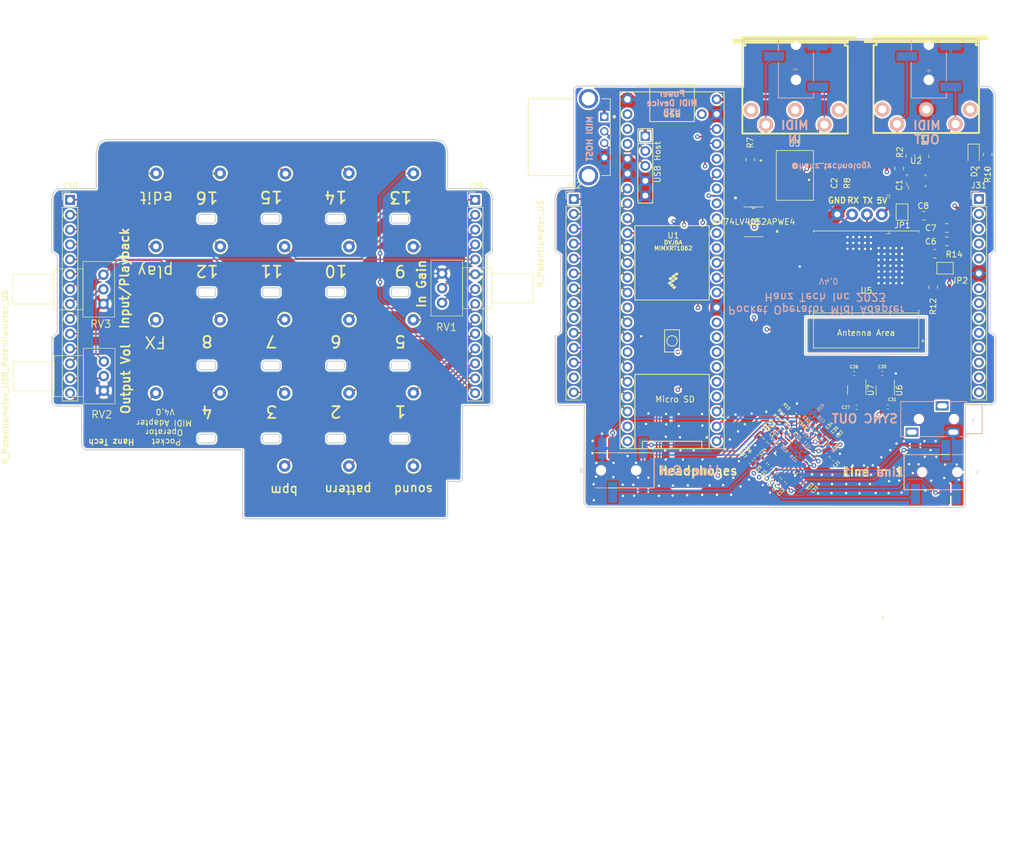
<source format=kicad_pcb>
(kicad_pcb (version 20211014) (generator pcbnew)
  (title_block (rev "3.4"))
  (layers (0 "F.Cu" signal) (1 "In1.Cu" signal) (2 "In2.Cu" signal) (31 "B.Cu" signal) (34 "B.Paste" user) (35 "F.Paste" user) (36 "B.SilkS" user "B.Silkscreen") (37 "F.SilkS" user "F.Silkscreen") (38 "B.Mask" user) (39 "F.Mask" user) (44 "Edge.Cuts" user))
  (net 0 "")
  (net 1 "/bottom/5V")
  (net 2 "/bottom/GND")
  (net 3 "/bottom/3.3V")
  (net 4 "Net-(D1-Pad1)")
  (net 5 "Net-(D1-Pad2)")
  (net 6 "/bottom/SYNC_OUT")
  (net 7 "/top/GPIO_3")
  (net 8 "/top/GPIO_2")
  (net 9 "/top/GPIO_1")
  (net 10 "/top/GPIO_15")
  (net 11 "/top/GPIO_5")
  (net 12 "/top/GPIO_6")
  (net 13 "/top/GPIO_7")
  (net 14 "/top/GPIO_8")
  (net 15 "/top/GPIO_9")
  (net 16 "/top/GPIO_10")
  (net 17 "/top/GPIO_12")
  (net 18 "/top/GPIO_SPECIAL")
  (net 19 "/top/GPIO_14")
  (net 20 "/top/GPIO_13")
  (net 21 "/top/GPIO_WRITE")
  (net 22 "/top/GPIO_SOUND")
  (net 23 "/top/GPIO_BPM")
  (net 24 "/top/GPIO_4")
  (net 25 "/top/GPIO_FX")
  (net 26 "/top/GPIO_PLAY")
  (net 27 "/top/GPIO_16")
  (net 28 "/top/GPIO_11")
  (net 29 "Net-(J40-Pad4)")
  (net 30 "/bottom/H_USB_5V")
  (net 31 "/bottom/H_USB_D-")
  (net 32 "/bottom/H_USB_D+")
  (net 33 "Net-(J81-Pad2)")
  (net 34 "Net-(J81-Pad3)")
  (net 35 "/bottom/MIDI_1_BUF_OUT")
  (net 36 "/bottom/MIDI_1_OUT")
  (net 37 "/bottom/MIDI_1_IN")
  (net 38 "/bottom/GPIO_BPM")
  (net 39 "/bottom/GPIO_4")
  (net 40 "/bottom/GPIO_3")
  (net 41 "/bottom/GPIO_SPECIAL")
  (net 42 "/bottom/GPIO_FX")
  (net 43 "/bottom/GPIO_8")
  (net 44 "/bottom/GPIO_7")
  (net 45 "/bottom/GPIO_SOUND")
  (net 46 "/bottom/GPIO_1")
  (net 47 "/bottom/GPIO_2")
  (net 48 "/bottom/GPIO_5")
  (net 49 "/bottom/GPIO_6")
  (net 50 "/bottom/GPIO_11")
  (net 51 "/bottom/GPIO_12")
  (net 52 "/bottom/GPIO_PLAY")
  (net 53 "/bottom/GPIO_WRITE")
  (net 54 "/bottom/GPIO_15")
  (net 55 "/bottom/GPIO_16")
  (net 56 "/bottom/GPIO_14")
  (net 57 "/bottom/GPIO_13")
  (net 58 "/bottom/MIDI_OUT_EXT")
  (net 59 "/bottom/GPIO_10")
  (net 60 "/bottom/MIDI_IN_EXT")
  (net 61 "/bottom/GPIO_9")
  (net 62 "/top/GIPO_PATTERN")
  (net 63 "/bottom/GIPO_PATTERN")
  (net 64 "Net-(D2-Pad1)")
  (net 65 "Net-(D2-Pad2)")
  (net 66 "/bottom/3.3V_ESP32")
  (net 67 "Net-(C8-Pad1)")
  (net 68 "Net-(R14-Pad1)")
  (net 79 "/bottom/MCLK")
  (net 88 "/bottom/POT_VOL_OUT")
  (net 90 "/bottom/ESP32_EN")
  (net 91 "/top/GND")
  (net 93 "Net-(C9-Pad1)")
  (net 94 "Net-(C9-Pad2)")
  (net 95 "Net-(C10-Pad1)")
  (net 96 "Net-(C10-Pad2)")
  (net 97 "Net-(C11-Pad1)")
  (net 98 "Net-(C11-Pad2)")
  (net 99 "Net-(C12-Pad1)")
  (net 100 "Net-(C12-Pad2)")
  (net 103 "Net-(C16-Pad1)")
  (net 104 "Net-(C16-Pad2)")
  (net 105 "Net-(C17-Pad1)")
  (net 106 "Net-(C17-Pad2)")
  (net 107 "Net-(C18-Pad1)")
  (net 108 "/bottom/HPL")
  (net 109 "Net-(C19-Pad1)")
  (net 110 "/bottom/HPR")
  (net 111 "+1V8")
  (net 112 "/bottom/HP_3V3")
  (net 113 "/bottom/LOR")
  (net 114 "/bottom/LOL")
  (net 115 "Net-(R15-Pad1)")
  (net 116 "Net-(R16-Pad1)")
  (net 117 "/bottom/BCLK")
  (net 118 "Net-(R17-Pad1)")
  (net 119 "/bottom/WCLK")
  (net 120 "Net-(R18-Pad1)")
  (net 121 "/bottom/DIN")
  (net 122 "Net-(R19-Pad1)")
  (net 123 "/bottom/DOUT")
  (net 124 "Net-(R20-Pad1)")
  (net 125 "/bottom/SCL")
  (net 126 "Net-(R21-Pad1)")
  (net 127 "/bottom/SDA")
  (net 128 "Net-(R22-Pad1)")
  (net 129 "Net-(R23-Pad1)")
  (net 133 "/bottom/ANALOG_IN")
  (net 134 "/bottom/POT_GAIN_IN")
  (net 135 "Net-(C15-Pad2)")
  (net 136 "Net-(C32-Pad1)")
  (net 137 "Net-(C34-Pad2)")
  (net 138 "Net-(C36-Pad2)")
  (net 139 "/bottom/SELECT_A")
  (net 140 "/bottom/SELECT_B")
  (net 147 "/top/POT_GAIN_IN")
  (net 148 "/top/3.3V")
  (net 149 "/top/POT_INPUT_PLAY_MIX")
  (net 150 "/top/POT_VOL_OUT")
  (net 151 "/bottom/POT_INPUT_PLAY_MIX")
  (footprint "Connector_Pin:Pin_D1.0mm_L10.0mm" (layer "F.Cu") (at 54.76494 59.9694)
    (fp_text reference "J18" hide)
    (fp_text value "Conn_01x01")
  )
  (footprint "Connector_Pin:Pin_D1.0mm_L10.0mm" (layer "F.Cu") (at 76.7744 97.5106 -90)
    (fp_text reference "J4" hide)
    (fp_text value "Conn_01x01")
  )
  (footprint "Connector_Pin:Pin_D1.0mm_L10.0mm" (layer "F.Cu") (at 87.73414 97.4852)
    (fp_text reference "J5" hide)
    (fp_text value "Conn_01x01")
  )
  (footprint "Connector_Pin:Pin_D1.0mm_L10.0mm" (layer "F.Cu") (at 98.73234 97.4598)
    (fp_text reference "J6" hide)
    (fp_text value "Conn_01x01")
  )
  (footprint "Connector_Pin:Pin_D1.0mm_L10.0mm" (layer "F.Cu") (at 76.86294 60.0456 -90)
    (fp_text reference "J7" hide)
    (fp_text value "Conn_01x01")
  )
  (footprint "Connector_Pin:Pin_D1.0mm_L10.0mm" (layer "F.Cu") (at 98.70694 85.0011)
    (fp_text reference "J8" hide)
    (fp_text value "Conn_01x01")
  )
  (footprint "Connector_Pin:Pin_D1.0mm_L10.0mm" (layer "F.Cu") (at 87.73414 84.9884)
    (fp_text reference "J9" hide)
    (fp_text value "Conn_01x01")
  )
  (footprint "Connector_Pin:Pin_D1.0mm_L10.0mm" (layer "F.Cu") (at 76.73594 84.9376)
    (fp_text reference "J10" hide)
    (fp_text value "Conn_01x01")
  )
  (footprint "Connector_Pin:Pin_D1.0mm_L10.0mm" (layer "F.Cu") (at 65.71234 84.9884)
    (fp_text reference "J11" hide)
    (fp_text value "Conn_01x01")
  )
  (footprint "Connector_Pin:Pin_D1.0mm_L10.0mm" (layer "F.Cu") (at 98.70694 72.4916)
    (fp_text reference "J12" hide)
    (fp_text value "Conn_01x01")
  )
  (footprint "Connector_Pin:Pin_D1.0mm_L10.0mm" (layer "F.Cu") (at 87.72906 72.4916)
    (fp_text reference "J13" hide)
    (fp_text value "Conn_01x01")
  )
  (footprint "Connector_Pin:Pin_D1.0mm_L10.0mm" (layer "F.Cu") (at 65.73774 72.4662)
    (fp_text reference "J14" hide)
    (fp_text value "Conn_01x01")
  )
  (footprint "Connector_Pin:Pin_D1.0mm_L10.0mm" (layer "F.Cu") (at 87.70874 59.944)
    (fp_text reference "J16" hide)
    (fp_text value "Conn_01x01")
  )
  (footprint "Connector_Pin:Pin_D1.0mm_L10.0mm" (layer "F.Cu") (at 98.73234 59.9694)
    (fp_text reference "J17" hide)
    (fp_text value "Conn_01x01")
  )
  (footprint "Connector_Pin:Pin_D1.0mm_L10.0mm" (layer "F.Cu") (at 98.73234 109.982)
    (fp_text reference "J19" hide)
    (fp_text value "Conn_01x01")
  )
  (footprint "Connector_Pin:Pin_D1.0mm_L10.0mm" (layer "F.Cu") (at 87.70874 109.982)
    (fp_text reference "J20" hide)
    (fp_text value "Conn_01x01")
  )
  (footprint "Connector_Pin:Pin_D1.0mm_L10.0mm" (layer "F.Cu") (at 76.73594 109.9566)
    (fp_text reference "J21" hide)
    (fp_text value "Conn_01x01")
  )
  (footprint "Connector_Pin:Pin_D1.0mm_L10.0mm" (layer "F.Cu") (at 65.71234 97.4852)
    (fp_text reference "J22" hide)
    (fp_text value "Conn_01x01")
  )
  (footprint "Connector_Pin:Pin_D1.0mm_L10.0mm" (layer "F.Cu") (at 54.71414 84.9884)
    (fp_text reference "J23" hide)
    (fp_text value "Conn_01x01")
  )
  (footprint "Connector_Pin:Pin_D1.0mm_L10.0mm" (layer "F.Cu") (at 54.73954 72.4662)
    (fp_text reference "J24" hide)
    (fp_text value "Conn_01x01")
  )
  (footprint "Connector_Pin:Pin_D1.0mm_L10.0mm" (layer "F.Cu") (at 65.71234 59.9694)
    (fp_text reference "J25" hide)
    (fp_text value "Conn_01x01")
  )
  (footprint "Connector_Pin:Pin_D1.0mm_L10.0mm" (layer "F.Cu") (at 76.73594 72.4916)
    (fp_text reference "J28" hide)
    (fp_text value "Conn_01x01")
  )
  (footprint "poma:SOD-123" (layer "F.Cu") (at 162.99768 54.7328)
    (fp_text reference "D1")
    (fp_text value "1N4148")
  )
  (footprint "Teensy:Teensy41_poma" (layer "F.Cu") (at 142.91186 76.53 -90)
    (fp_text reference "U1")
    (fp_text value "Teensy4.1")
  )
  (footprint "digikey-footprints:SOT-753" (layer "F.Cu") (at 184.6244 61.21)
    (fp_text reference "U2")
    (fp_text value "SN74LVC1G07DBVR")
  )
  (footprint "poma:IC_H11L1SM" (layer "F.Cu") (at 163.8918 60.3228)
    (fp_text reference "U3")
    (fp_text value "H11L1S")
  )
  (footprint "Capacitor_SMD:C_0805_2012Metric_Pad1.18x1.45mm_HandSolder" (layer "F.Cu") (at 170.63186 58.76 90)
    (fp_text reference "C2")
    (fp_text value "0.1uF")
  )
  (footprint "Resistor_SMD:R_0805_2012Metric_Pad1.20x1.40mm_HandSolder" (layer "F.Cu") (at 156.2468 57.6328 -90)
    (fp_text reference "R7")
    (fp_text value "220")
  )
  (footprint "Resistor_SMD:R_0805_2012Metric_Pad1.20x1.40mm_HandSolder" (layer "F.Cu") (at 172.83186 58.76 -90)
    (fp_text reference "R8")
    (fp_text value "470")
  )
  (footprint "digikey-footprints:PinHeader_1x4_P2.54mm_Drill1.02mm" (layer "F.Cu") (at 178.7468 66.9828 180)
    (fp_text reference "J99" hide)
    (fp_text value "0022232041")
  )
  (footprint "poma:MIDI_DIN5_NO_ATTACHEMENT" (layer "F.Cu") (at 163.93186 46.16 180)
    (fp_text reference "J40" hide)
    (fp_text value "MIDI_1_IN" hide)
  )
  (footprint "poma:TE_292303-1" (layer "F.Cu") (at 131.34186 50.29 -90)
    (fp_text reference "J70" hide)
    (fp_text value "USB_A")
  )
  (footprint "poma:MIDI_DIN5_NO_ATTACHEMENT" (layer "F.Cu") (at 186.33186 46.06 180)
    (fp_text reference "J90" hide)
    (fp_text value "MIDI_1_OUT" hide)
  )
  (footprint "LED_SMD:LED_0805_2012Metric_Pad1.15x1.40mm_HandSolder" (layer "F.Cu") (at 194.43186 56.835 -90)
    (fp_text reference "D2")
    (fp_text value "LED")
  )
  (footprint "Resistor_SMD:R_0805_2012Metric_Pad1.20x1.40mm_HandSolder" (layer "F.Cu") (at 196.83186 56.76 -90)
    (fp_text reference "R10")
    (fp_text value "68")
  )
  (footprint "Connector_Pin:Pin_D1.0mm_L10.0mm" (layer "F.Cu") (at 54.6744 97.5106 -90)
    (fp_text reference "J15" hide)
    (fp_text value "Conn_01x01")
  )
  (footprint "Capacitor_SMD:C_0805_2012Metric_Pad1.18x1.45mm_HandSolder" (layer "F.Cu") (at 189.8479 71.608)
    (fp_text reference "C6")
    (fp_text value "0.1uF")
  )
  (footprint "Capacitor_SMD:C_0805_2012Metric_Pad1.18x1.45mm_HandSolder" (layer "F.Cu") (at 189.8479 69.308)
    (fp_text reference "C7")
    (fp_text value "10uF")
  )
  (footprint "Espressif:ESP32-C3-WROOM-02" (layer "F.Cu") (at 176.0604 78.558 180)
    (fp_text reference "U5")
    (fp_text value "ESP32-C3-WROOM-02")
  )
  (footprint "Capacitor_SMD:C_0805_2012Metric_Pad1.18x1.45mm_HandSolder" (layer "F.Cu") (at 185.9104 67.208)
    (fp_text reference "C8")
    (fp_text value "0.1uF")
  )
  (footprint "Resistor_SMD:R_0805_2012Metric_Pad1.20x1.40mm_HandSolder" (layer "F.Cu") (at 187.8104 73.708)
    (fp_text reference "R14")
    (fp_text value "10K")
  )
  (footprint "Resistor_SMD:R_0805_2012Metric_Pad1.20x1.40mm_HandSolder" (layer "F.Cu") (at 183.63186 56.96 -90)
    (fp_text reference "R2")
    (fp_text value "220")
  )
  (footprint "Capacitor_SMD:C_0805_2012Metric_Pad1.18x1.45mm_HandSolder" (layer "F.Cu") (at 181.7244 59.1225 90)
    (fp_text reference "C1")
    (fp_text value "0.1uF")
  )
  (footprint "Resistor_SMD:R_0805_2012Metric_Pad1.20x1.40mm_HandSolder" (layer "F.Cu") (at 186.03186 57.06 -90)
    (fp_text reference "R3")
    (fp_text value "220")
  )
  (footprint "Connector_PinHeader_2.54mm:PinHeader_1x14_P2.54mm_Vertical" (layer "F.Cu") (at 126.1244 64.36)
    (fp_text reference "J32")
    (fp_text value "Conn_01x14_Female")
  )
  (footprint "Resistor_SMD:R_0402_1005Metric" (layer "F.Cu") (at 159.657424 110.022176 -135)
    (fp_text reference "R21")
    (fp_text value "33R")
  )
  (footprint "Capacitor_SMD:C_0402_1005Metric" (layer "F.Cu") (at 157.286011 108.340211 -45)
    (fp_text reference "C36")
    (fp_text value "10uF")
  )
  (footprint "Resistor_SMD:R_0402_1005Metric" (layer "F.Cu") (at 160.3756 104.8258 135)
    (fp_text reference "R19")
    (fp_text value "33R")
  )
  (footprint "Capacitor_SMD:C_0402_1005Metric" (layer "F.Cu") (at 178.816 94.1633)
    (fp_text reference "C30")
    (fp_text value "1uF")
  )
  (footprint "Capacitor_SMD:C_0402_1005Metric" (layer "F.Cu") (at 166.411589 104.156189 -45)
    (fp_text reference "C38")
    (fp_text value "0.1uF")
  )
  (footprint "Capacitor_SMD:C_0402_1005Metric" (layer "F.Cu") (at 159.657389 106.372211 -135)
    (fp_text reference "C24")
    (fp_text value "0.1uF")
  )
  (footprint "poma:SN74LV4052APWE4" (layer "F.Cu") (at 156.8274 68.257799)
    (fp_text reference "U8")
    (fp_text value "SN74LV4052APWE4")
  )
  (footprint "Jumper:SolderJumper-2_P1.3mm_Open_Pad1.0x1.5mm" (layer "F.Cu") (at 182.19294 66.586 -90)
    (fp_text reference "JP1")
    (fp_text value "Jumper")
  )
  (footprint "Capacitor_SMD:C_0402_1005Metric" (layer "F.Cu") (at 166.074411 112.919189 -135)
    (fp_text reference "C33")
    (fp_text value "0.1uF")
  )
  (footprint "Capacitor_SMD:C_0402_1005Metric" (layer "F.Cu") (at 158.136211 104.843389 -135)
    (fp_text reference "C23")
    (fp_text value "10uF")
  )
  (footprint "Jumper:SolderJumper-2_P1.3mm_Open_Pad1.0x1.5mm" (layer "F.Cu") (at 189.5468 76.1828 180)
    (fp_text reference "JP2")
    (fp_text value "Jumper")
  )
  (footprint "Capacitor_SMD:C_0402_1005Metric" (layer "F.Cu") (at 169.332589 105.139811 -135)
    (fp_text reference "C35")
    (fp_text value "0.1uF")
  )
  (footprint "Capacitor_SMD:C_0402_1005Metric" (layer "F.Cu") (at 165.236211 112.080989 -135)
    (fp_text reference "C15")
    (fp_text value "10uF")
  )
  (footprint "Capacitor_SMD:C_0402_1005Metric" (layer "F.Cu") (at 160.391789 110.854811 45)
    (fp_text reference "C9")
    (fp_text value "2.2uF")
  )
  (footprint "Capacitor_SMD:C_0402_1005Metric" (layer "F.Cu") (at 161.128389 111.642211 45)
    (fp_text reference "C10")
    (fp_text value "2.2uF")
  )
  (footprint "poma:RES-ADJ-TH_RK09Y11L0001" (layer "F.Cu") (at 45.8468 94.6078 -90)
    (fp_text reference "RV2")
    (fp_text value "R_Potentiometer_US")
  )
  (footprint "Capacitor_SMD:C_0402_1005Metric" (layer "F.Cu") (at 158.857389 105.622211 -135)
    (fp_text reference "C25")
    (fp_text value "0.1uF")
  )
  (footprint "Capacitor_SMD:C_0402_1005Metric" (layer "F.Cu") (at 170.214611 108.804389 -135)
    (fp_text reference "C21")
    (fp_text value "0.1uF")
  )
  (footprint "Resistor_SMD:R_0402_1005Metric" (layer "F.Cu") (at 162.148576 103.093576 135)
    (fp_text reference "R17")
    (fp_text value "33R")
  )
  (footprint "poma:3.5mm_stereo_jack_PJ320B" (layer "F.Cu") (at 130.7468 110.7078 90)
    (fp_text reference "J84")
    (fp_text value "PJ-320B" hide)
  )
  (footprint "Resistor_SMD:R_0402_1005Metric" (layer "F.Cu") (at 162.986776 102.153776 135)
    (fp_text reference "R16")
    (fp_text value "33R")
  )
  (footprint "Capacitor_SMD:C_0402_1005Metric" (layer "F.Cu") (at 168.443589 104.327011 -135)
    (fp_text reference "C34")
    (fp_text value "10uF")
  )
  (footprint "poma:TLV320AIC3204IRHBR" (layer "F.Cu") (at 164.0078 107.7976 -45)
    (fp_text reference "UNK1" hide)
    (fp_text value "TLV320AIC3204IRHBR" hide)
  )
  (footprint "Package_TO_SOT_SMD:SOT-23-5" (layer "F.Cu") (at 174.465 97.008602 -90)
    (fp_text reference "U7")
    (fp_text value "LP5907MFX-1.8")
  )
  (footprint "Capacitor_SMD:C_0402_1005Metric" (layer "F.Cu") (at 162.677789 113.242411 45)
    (fp_text reference "C12")
    (fp_text value "2.2uF")
  )
  (footprint "Capacitor_SMD:C_0402_1005Metric" (layer "F.Cu") (at 169.4942 108.077 -135)
    (fp_text reference "C20")
    (fp_text value "10uF")
  )
  (footprint "Resistor_SMD:R_0402_1005Metric" (layer "F.Cu") (at 163.83 101.219 135)
    (fp_text reference "R15")
    (fp_text value "33R")
  )
  (footprint "Connector_PinHeader_2.54mm:PinHeader_1x14_P2.54mm_Vertical" (layer "F.Cu") (at 195.3244 64.36)
    (fp_text reference "J31")
    (fp_text value "Conn_01x14_Female")
  )
  (footprint "jacks:3.5mm_stereo_jack_PJ320B" (layer "F.Cu") (at 191.6364 111.0072 -90)
    (fp_text reference "J2")
    (fp_text value "PJ-320B" hide)
  )
  (footprint "Capacitor_SMD:C_0402_1005Metric" (layer "F.Cu") (at 167.249789 103.267189 -45)
    (fp_text reference "C32")
    (fp_text value "10uF")
  )
  (footprint "Capacitor_SMD:C_0402_1005Metric" (layer "F.Cu") (at 156.378589 109.236189 -45)
    (fp_text reference "C37")
    (fp_text value "0.1uF")
  )
  (footprint "Connector_PinHeader_2.54mm:PinHeader_1x14_P2.54mm_Vertical" (layer "F.Cu") (at 40.0744 64.51)
    (fp_text reference "J30")
    (fp_text value "Conn_01x14_Male")
  )
  (footprint "Capacitor_SMD:C_0402_1005Metric" (layer "F.Cu") (at 161.890389 112.429611 45)
    (fp_text reference "C11")
    (fp_text value "2.2uF")
  )
  (footprint "Resistor_SMD:R_0805_2012Metric_Pad1.20x1.40mm_HandSolder" (layer "F.Cu") (at 187.5104 79.408 90)
    (fp_text reference "R12")
    (fp_text value "10K")
  )
  (footprint "Connector_PinHeader_2.54mm:PinHeader_1x14_P2.54mm_Vertical" (layer "F.Cu") (at 109.2744 64.51)
    (fp_text reference "J29")
    (fp_text value "Conn_01x14_Male")
  )
  (footprint "Capacitor_SMD:C_0402_1005Metric" (layer "F.Cu") (at 170.323189 105.730989 -135)
    (fp_text reference "C22")
    (fp_text value "0.1uF")
  )
  (footprint "Capacitor_SMD:C_0402_1005Metric" (layer "F.Cu") (at 179.7838 99.8728)
    (fp_text reference "C31")
    (fp_text value "1uF")
  )
  (footprint "poma:RES-ADJ-TH_RK09Y11L0001" (layer "F.Cu") (at 103.6218 79.5828 90)
    (fp_text reference "RV1")
    (fp_text value "R_Potentiometer_US")
  )
  (footprint "Resistor_SMD:R_0402_1005Metric" (layer "F.Cu") (at 161.2392 103.9622 135)
    (fp_text reference "R18")
    (fp_text value "33R")
  )
  (footprint "Resistor_SMD:R_0402_1005Metric" (layer "F.Cu") (at 158.857424 109.222176 -135)
    (fp_text reference "R20")
    (fp_text value "33R")
  )
  (footprint "Package_TO_SOT_SMD:SOT-23-5" (layer "F.Cu") (at 179.3266 97.0589 -90)
    (fp_text reference "U6")
    (fp_text value "LP5907MFX-3.3")
  )
  (footprint "poma:RES-ADJ-TH_RK09Y11L0001" (layer "F.Cu") (at 45.7718 79.7828 -90)
    (fp_text reference "RV3")
    (fp_text value "R_Potentiometer_US")
  )
  (footprint "Capacitor_SMD:C_0402_1005Metric" (layer "F.Cu") (at 173.99 94.1832)
    (fp_text reference "C26")
    (fp_text value "1uF")
  )
  (footprint "Capacitor_SMD:C_0402_1005Metric" (layer "F.Cu") (at 174.4244 99.949)
    (fp_text reference "C27")
    (fp_text value "1uF")
  )
  (footprint "poma:3.5mm_stereo_jack_PJ320B_THRU" (layer "B.Cu") (at 191.0842 101.9408 90)
    (fp_text reference "J0")
    (fp_text value "PJ-320B" hide)
  )
  (footprint "Resistor_SMD:R_0402_1005Metric" (layer "B.Cu") (at 169.956424 106.217776 45)
    (fp_text reference "R23")
    (fp_text value "6K")
  )
  (footprint "Resistor_SMD:R_0402_1005Metric" (layer "B.Cu") (at 165.296176 102.823424 45)
    (fp_text reference "R24")
    (fp_text value "10K")
  )
  (footprint "Resistor_SMD:R_0402_1005Metric" (layer "B.Cu") (at 166.756176 101.383424 -135)
    (fp_text reference "R25")
    (fp_text value "10K")
  )
  (footprint "Resistor_SMD:R_0402_1005Metric" (layer "B.Cu") (at 162.783576 106.420976 135)
    (fp_text reference "R26")
    (fp_text value "100")
  )
  (footprint "Capacitor_SMD:C_0402_1005Metric" (layer "B.Cu") (at 166.457389 104.143389 135)
    (fp_text reference "C19")
    (fp_text value "47uF")
  )
  (footprint "Resistor_SMD:R_0402_1005Metric" (layer "B.Cu") (at 163.672576 105.557376 135)
    (fp_text reference "R27")
    (fp_text value "100")
  )
  (footprint "Capacitor_SMD:C_0402_1005Metric" (layer "B.Cu") (at 161.157389 104.843389 -45)
    (fp_text reference "C29")
    (fp_text value "47uF")
  )
  (footprint "Capacitor_SMD:C_0402_1005Metric" (layer "B.Cu") (at 164.4142 108.0262 135)
    (fp_text reference "C16")
    (fp_text value "1uF")
  )
  (footprint "Resistor_SMD:R_0402_1005Metric" (layer "B.Cu") (at 168.356224 105.440424 135)
    (fp_text reference "R22")
    (fp_text value "6K")
  )
  (footprint "jacks:3.5mm_stereo_jack_PJ320B" (layer "B.Cu") (at 186.7744 38 180)
    (fp_text reference "J81")
    (fp_text value "PJ-320B" hide)
  )
  (footprint "Capacitor_SMD:C_0402_1005Metric" (layer "B.Cu") (at 167.557389 102.853389 135)
    (fp_text reference "C18")
    (fp_text value "47uF")
  )
  (footprint "Capacitor_SMD:C_0402_1005Metric" (layer "B.Cu") (at 162.057389 103.993389 135)
    (fp_text reference "C28")
    (fp_text value "47uF")
  )
  (footprint "jacks:3.5mm_stereo_jack_PJ320B" (layer "B.Cu") (at 191.6906 111.0326 90)
    (fp_text reference "J1")
    (fp_text value "PJ-320B" hide)
  )
  (footprint "poma:3.5mm_stereo_jack_PJ320B" (layer "B.Cu") (at 130.7658 110.7024 -90)
    (fp_text reference "J83")
    (fp_text value "PJ-320B" hide)
  )
  (footprint "jacks:3.5mm_stereo_jack_PJ320B" (layer "B.Cu") (at 164.0744 38 180)
    (fp_text reference "J82")
    (fp_text value "PJ-320B" hide)
  )
  (footprint "Capacitor_SMD:C_0402_1005Metric" (layer "B.Cu") (at 165.319389 107.178789 135)
    (fp_text reference "C17")
    (fp_text value "1uF")
  )
  (gr_arc (start 36.941803 64.3636) (mid 37.256 63.312742) (end 38.077128 62.585576) (layer "Edge.Cuts") (width 0.2))
  (gr_line (start 42.06494 99.7204) (end 42.056139 106.093002) (layer "Edge.Cuts") (width 0.2))
  (gr_line (start 42.056736 62.589601) (end 38.07714 62.5856) (layer "Edge.Cuts") (width 0.2))
  (gr_line (start 36.98494 87.9348) (end 37.89934 87.1982) (layer "Edge.Cuts") (width 0.2))
  (gr_line (start 37.89934 74.0156) (end 37.89934 87.1982) (layer "Edge.Cuts") (width 0.2))
  (gr_line (start 36.93414 73.3044) (end 37.89934 74.0156) (layer "Edge.Cuts") (width 0.2))
  (gr_line (start 36.93414 73.3044) (end 36.941803 64.3636) (layer "Edge.Cuts") (width 0.2))
  (gr_line (start 36.98494 87.9348) (end 36.98494 98.9076) (layer "Edge.Cuts") (width 0.2))
  (gr_line (start 111.25454 74.041) (end 111.25454 87.1474) (layer "Edge.Cuts") (width 0.2))
  (gr_line (start 112.19434 87.8586) (end 111.25454 87.1474) (layer "Edge.Cuts") (width 0.2))
  (gr_line (start 112.21974 73.3298) (end 111.25454 74.041) (layer "Edge.Cuts") (width 0.2))
  (gr_line (start 112.212077 64.363781) (end 112.21974 73.3298) (layer "Edge.Cuts") (width 0.2))
  (gr_line (start 112.19434 98.9076) (end 112.19434 87.8586) (layer "Edge.Cuts") (width 0.2))
  (gr_arc (start 111.12754 62.5856) (mid 111.91955 63.32237) (end 112.212077 64.363781) (layer "Edge.Cuts") (width 0.2))
  (gr_line (start 110.44174 62.5856) (end 111.12754 62.5856) (layer "Edge.Cuts") (width 0.2))
  (gr_arc (start 83.924885 67.386244) (mid 84.059712 67.097434) (end 84.35594 66.9798) (layer "Edge.Cuts") (width 0.2))
  (gr_arc (start 84.330584 68.477655) (mid 84.041774 68.342828) (end 83.92414 68.0466) (layer "Edge.Cuts") (width 0.2))
  (gr_arc (start 94.923085 67.386244) (mid 95.057912 67.097434) (end 95.35414 66.9798) (layer "Edge.Cuts") (width 0.2))
  (gr_arc (start 97.51314 66.9798) (mid 97.80195 67.114627) (end 97.919584 67.410855) (layer "Edge.Cuts") (width 0.2))
  (gr_arc (start 97.918795 68.071956) (mid 97.783968 68.360766) (end 97.48774 68.4784) (layer "Edge.Cuts") (width 0.2))
  (gr_arc (start 95.328784 68.477655) (mid 95.039974 68.342828) (end 94.92234 68.0466) (layer "Edge.Cuts") (width 0.2))
  (gr_arc (start 61.928485 67.386244) (mid 62.063312 67.097434) (end 62.35954 66.9798) (layer "Edge.Cuts") (width 0.2))
  (gr_arc (start 64.51854 66.9798) (mid 64.80735 67.114627) (end 64.924984 67.410855) (layer "Edge.Cuts") (width 0.2))
  (gr_arc (start 64.924195 68.071956) (mid 64.789368 68.360766) (end 64.49314 68.4784) (layer "Edge.Cuts") (width 0.2))
  (gr_arc (start 62.334184 68.477655) (mid 62.045374 68.342828) (end 61.92774 68.0466) (layer "Edge.Cuts") (width 0.2))
  (gr_arc (start 75.922395 68.071956) (mid 75.787568 68.360766) (end 75.49134 68.4784) (layer "Edge.Cuts") (width 0.2))
  (gr_arc (start 73.332384 68.477655) (mid 73.043574 68.342828) (end 72.92594 68.0466) (layer "Edge.Cuts") (width 0.2))
  (gr_arc (start 75.51674 66.9798) (mid 75.80555 67.114627) (end 75.923184 67.410855) (layer "Edge.Cuts") (width 0.2))
  (gr_arc (start 72.926685 67.386244) (mid 73.061512 67.097434) (end 73.35774 66.9798) (layer "Edge.Cuts") (width 0.2))
  (gr_line (start 83.924885 104.927444) (end 83.92414 105.5878) (layer "Edge.Cuts") (width 0.2))
  (gr_line (start 86.920595 105.613156) (end 86.921384 104.952055) (layer "Edge.Cuts") (width 0.2))
  (gr_line (start 84.330584 106.018855) (end 86.48954 106.0196) (layer "Edge.Cuts") (width 0.2))
  (gr_line (start 97.918795 105.613156) (end 97.919584 104.952055) (layer "Edge.Cuts") (width 0.2))
  (gr_line (start 97.51314 104.521) (end 95.35414 104.521) (layer "Edge.Cuts") (width 0.2))
  (gr_line (start 95.328784 106.018855) (end 97.48774 106.0196) (layer "Edge.Cuts") (width 0.2))
  (gr_line (start 61.928485 104.927444) (end 61.92774 105.5878) (layer "Edge.Cuts") (width 0.2))
  (gr_line (start 64.51854 104.521) (end 62.35954 104.521) (layer "Edge.Cuts") (width 0.2))
  (gr_line (start 64.924195 105.613156) (end 64.924984 104.952055) (layer "Edge.Cuts") (width 0.2))
  (gr_line (start 75.51674 104.521) (end 73.35774 104.521) (layer "Edge.Cuts") (width 0.2))
  (gr_line (start 62.334184 106.018855) (end 64.49314 106.0196) (layer "Edge.Cuts") (width 0.2))
  (gr_line (start 75.922395 105.613156) (end 75.923184 104.952055) (layer "Edge.Cuts") (width 0.2))
  (gr_line (start 72.926685 104.927444) (end 72.92594 105.5878) (layer "Edge.Cuts") (width 0.2))
  (gr_line (start 73.332384 106.018855) (end 75.49134 106.0196) (layer "Edge.Cuts") (width 0.2))
  (gr_arc (start 83.924885 104.927444) (mid 84.059712 104.638634) (end 84.35594 104.521) (layer "Edge.Cuts") (width 0.2))
  (gr_arc (start 86.51494 104.521) (mid 86.80375 104.655827) (end 86.921384 104.952055) (layer "Edge.Cuts") (width 0.2))
  (gr_arc (start 86.920595 105.613156) (mid 86.785768 105.901966) (end 86.48954 106.0196) (layer "Edge.Cuts") (width 0.2))
  (gr_arc (start 84.330584 106.018855) (mid 84.041774 105.884028) (end 83.92414 105.5878) (layer "Edge.Cuts") (width 0.2))
  (gr_arc (start 97.918795 105.613156) (mid 97.783968 105.901966) (end 97.48774 106.0196) (layer "Edge.Cuts") (width 0.2))
  (gr_arc (start 95.328784 106.018855) (mid 95.039974 105.884028) (end 94.92234 105.5878) (layer "Edge.Cuts") (width 0.2))
  (gr_arc (start 97.51314 104.521) (mid 97.80195 104.655827) (end 97.919584 104.952055) (layer "Edge.Cuts") (width 0.2))
  (gr_arc (start 94.923085 104.927444) (mid 95.057912 104.638634) (end 95.35414 104.521) (layer "Edge.Cuts") (width 0.2))
  (gr_arc (start 62.334184 106.018855) (mid 62.045374 105.884028) (end 61.92774 105.5878) (layer "Edge.Cuts") (width 0.2))
  (gr_arc (start 75.922395 105.613156) (mid 75.787568 105.901966) (end 75.49134 106.0196) (layer "Edge.Cuts") (width 0.2))
  (gr_arc (start 61.928485 104.927444) (mid 62.063312 104.638634) (end 62.35954 104.521) (layer "Edge.Cuts") (width 0.2))
  (gr_arc (start 73.332384 106.018855) (mid 73.043574 105.884028) (end 72.92594 105.5878) (layer "Edge.Cuts") (width 0.2))
  (gr_arc (start 75.51674 104.521) (mid 75.80555 104.655827) (end 75.923184 104.952055) (layer "Edge.Cuts") (width 0.2))
  (gr_arc (start 64.51854 104.521) (mid 64.80735 104.655827) (end 64.924984 104.952055) (layer "Edge.Cuts") (width 0.2))
  (gr_arc (start 64.924195 105.613156) (mid 64.789368 105.901966) (end 64.49314 106.0196) (layer "Edge.Cuts") (width 0.2))
  (gr_arc (start 72.926685 104.927444) (mid 73.061512 104.638634) (end 73.35774 104.521) (layer "Edge.Cuts") (width 0.2))
  (gr_line (start 94.923085 104.927444) (end 94.92234 105.5878) (layer "Edge.Cuts") (width 0.2))
  (gr_line (start 86.51494 104.521) (end 84.35594 104.521) (layer "Edge.Cuts") (width 0.2))
  (gr_arc (start 94.948485 79.933844) (mid 95.083312 79.645034) (end 95.37954 79.5274) (layer "Edge.Cuts") (width 0.2))
  (gr_arc (start 64.54394 79.5274) (mid 64.83275 79.662227) (end 64.950384 79.958455) (layer "Edge.Cuts") (width 0.2))
  (gr_arc (start 97.53854 79.5274) (mid 97.82735 79.662227) (end 97.944984 79.958455) (layer "Edge.Cuts") (width 0.2))
  (gr_arc (start 72.952085 79.933844) (mid 73.086912 79.645034) (end 73.38314 79.5274) (layer "Edge.Cuts") (width 0.2))
  (gr_arc (start 64.949595 80.619556) (mid 64.814768 80.908366) (end 64.51854 81.026) (layer "Edge.Cuts") (width 0.2))
  (gr_arc (start 61.953885 79.933844) (mid 62.088712 79.645034) (end 62.38494 79.5274) (layer "Edge.Cuts") (width 0.2))
  (gr_arc (start 97.944195 80.619556) (mid 97.809368 80.908366) (end 97.51314 81.026) (layer "Edge.Cuts") (width 0.2))
  (gr_arc (start 73.357784 81.025255) (mid 73.068974 80.890428) (end 72.95134 80.5942) (layer "Edge.Cuts") (width 0.2))
  (gr_arc (start 62.359584 81.025255) (mid 62.070774 80.890428) (end 61.95314 80.5942) (layer "Edge.Cuts") (width 0.2))
  (gr_line (start 94.948485 79.933844) (end 94.94774 80.5942) (layer "Edge.Cuts") (width 0.2))
  (gr_arc (start 95.354184 81.025255) (mid 95.065374 80.890428) (end 94.94774 80.5942) (layer "Edge.Cuts") (width 0.2))
  (gr_line (start 86.54034 79.5274) (end 84.38134 79.5274) (layer "Edge.Cuts") (width 0.2))
  (gr_arc (start 75.54214 79.5274) (mid 75.83095 79.662227) (end 75.948584 79.958455) (layer "Edge.Cuts") (width 0.2))
  (gr_arc (start 75.947795 80.619556) (mid 75.812968 80.908366) (end 75.51674 81.026) (layer "Edge.Cuts") (width 0.2))
  (gr_line (start 86.945995 80.619556) (end 86.946784 79.958455) (layer "Edge.Cuts") (width 0.2))
  (gr_arc (start 84.355984 81.025255) (mid 84.067174 80.890428) (end 83.94954 80.5942) (layer "Edge.Cuts") (width 0.2))
  (gr_arc (start 86.945995 80.619556) (mid 86.811168 80.908366) (end 86.51494 81.026) (layer "Edge.Cuts") (width 0.2))
  (gr_arc (start 86.54034 79.5274) (mid 86.82915 79.662227) (end 86.946784 79.958455) (layer "Edge.Cuts") (width 0.2))
  (gr_arc (start 83.950285 79.933844) (mid 84.085112 79.645034) (end 84.38134 79.5274) (layer "Edge.Cuts") (width 0.2))
  (gr_line (start 75.54214 79.5274) (end 73.38314 79.5274) (layer "Edge.Cuts") (width 0.2))
  (gr_line (start 97.53854 79.5274) (end 95.37954 79.5274) (layer "Edge.Cuts") (width 0.2))
  (gr_line (start 73.357784 81.025255) (end 75.51674 81.026) (layer "Edge.Cuts") (width 0.2))
  (gr_line (start 72.952085 79.933844) (end 72.95134 80.5942) (layer "Edge.Cuts") (width 0.2))
  (gr_line (start 75.947795 80.619556) (end 75.948584 79.958455) (layer "Edge.Cuts") (width 0.2))
  (gr_line (start 62.359584 81.025255) (end 64.51854 81.026) (layer "Edge.Cuts") (width 0.2))
  (gr_line (start 64.949595 80.619556) (end 64.950384 79.958455) (layer "Edge.Cuts") (width 0.2))
  (gr_line (start 64.54394 79.5274) (end 62.38494 79.5274) (layer "Edge.Cuts") (width 0.2))
  (gr_line (start 61.953885 79.933844) (end 61.95314 80.5942) (layer "Edge.Cuts") (width 0.2))
  (gr_line (start 95.354184 81.025255) (end 97.51314 81.026) (layer "Edge.Cuts") (width 0.2))
  (gr_line (start 97.944195 80.619556) (end 97.944984 79.958455) (layer "Edge.Cuts") (width 0.2))
  (gr_line (start 84.355984 81.025255) (end 86.51494 81.026) (layer "Edge.Cuts") (width 0.2))
  (gr_line (start 83.950285 79.933844) (end 83.94954 80.5942) (layer "Edge.Cuts") (width 0.2))
  (gr_line (start 122.91886 73.16216) (end 122.926523 64.22136) (layer "Edge.Cuts") (width 0.2))
  (gr_line (start 122.96966 87.79256) (end 122.96966 98.76536) (layer "Edge.Cuts") (width 0.2))
  (gr_arc (start 123.78246 99.57816) (mid 123.207724 99.340096) (end 122.96966 98.76536) (layer "Edge.Cuts") (width 0.2))
  (gr_line (start 122.91886 73.16216) (end 123.88406 73.87336) (layer "Edge.Cuts") (width 0.2))
  (gr_line (start 122.96966 87.79256) (end 123.88406 87.05596) (layer "Edge.Cuts") (width 0.2))
  (gr_line (start 186.3968 84.4704) (end 165.7468 84.508) (layer "Edge.Cuts") (width 0.2))
  (gr_arc (start 197.03186 45.16) (mid 197.82387 45.89677) (end 198.116397 46.938181) (layer "Edge.Cuts") (width 0.2))
  (gr_line (start 198.17906 87.71636) (end 197.23926 87.00516) (layer "Edge.Cuts") (width 0.2))
  (gr_line (start 123.78246 99.57816) (end 127.93186 99.57816) (layer "Edge.Cuts") (width 0.2))
  (gr_line (start 123.88406 73.87336) (end 123.88406 87.05596) (layer "Edge.Cuts") (width 0.2))
  (gr_line (start 192.98805 116.479005) (end 193.03186 99.50196) (layer "Edge.Cuts") (width 0.2))
  (gr_line (start 198.121477 64.16) (end 198.13186 73.18756) (layer "Edge.Cuts") (width 0.2))
  (gr_arc (start 198.17906 98.76536) (mid 197.963315 99.286215) (end 197.44246 99.50196) (layer "Edge.Cuts") (width 0.2))
  (gr_line (start 197.23926 73.89876) (end 197.23926 87.00516) (layer "Edge.Cuts") (width 0.2))
  (gr_line (start 127.93186 99.57816) (end 127.864058 115.892644) (layer "Edge.Cuts") (width 0.2))
  (gr_line (start 198.13186 73.18756) (end 197.23926 73.89876) (layer "Edge.Cuts") (width 0.2))
  (gr_line (start 197.44246 99.50196) (end 193.03186 99.50196) (layer "Edge.Cuts") (width 0.2))
  (gr_arc (start 128.567059 117.000943) (mid 128.028877 116.565207) (end 127.864058 115.892644) (layer "Edge.Cuts") (width 0.2))
  (gr_line (start 198.17906 98.76536) (end 198.17906 87.71636) (layer "Edge.Cuts") (width 0.2))
  (gr_arc (start 192.98805 116.479005) (mid 192.836976 116.879431) (end 192.438142 117.034658) (layer "Edge.Cuts") (width 0.2))
  (gr_line (start 124.73726 62.44336) (end 124.01106 62.443179) (layer "Edge.Cuts") (width 0.2))
  (gr_line (start 126.13186 62.447361) (end 124.73726 62.44336) (layer "Edge.Cuts") (width 0.2))
  (gr_arc (start 122.926523 64.22136) (mid 123.21905 63.179949) (end 124.01106 62.443179) (layer "Edge.Cuts") (width 0.2))
  (gr_line (start 64.924195 68.071956) (end 64.924984 67.410855) (layer "Edge.Cuts") (width 0.2))
  (gr_arc (start 64.54394 92.0496) (mid 64.83275 92.184427) (end 64.950384 92.480655) (layer "Edge.Cuts") (width 0.2))
  (gr_arc (start 42.818948 107.207854) (mid 42.238881 106.786358) (end 42.056139 106.093002) (layer "Edge.Cuts") (width 0.2))
  (gr_line (start 95.354184 93.547455) (end 97.51314 93.5482) (layer "Edge.Cuts") (width 0.2))
  (gr_line (start 95.328784 68.477655) (end 97.48774 68.4784) (layer "Edge.Cuts") (width 0.2))
  (gr_line (start 62.359584 93.547455) (end 64.51854 93.5482) (layer "Edge.Cuts") (width 0.2))
  (gr_line (start 104.556539 56.2084) (end 104.556539 62.589601) (layer "Edge.Cuts") (width 0.2))
  (gr_line (start 73.332384 68.477655) (end 75.49134 68.4784) (layer "Edge.Cuts") (width 0.2))
  (gr_line (start 165.7468 90.8328) (end 186.3968 90.8828) (layer "Edge.Cuts") (width 0.2))
  (gr_arc (start 194.306748 37.022024) (mid 194.9744 37.16) (end 195.430108 37.667078) (layer "Edge.Cuts") (width 0.2))
  (gr_line (start 97.918795 68.071956) (end 97.919584 67.410855) (layer "Edge.Cuts") (width 0.2))
  (gr_line (start 94.948485 92.456044) (end 94.94774 93.1164) (layer "Edge.Cuts") (width 0.2))
  (gr_line (start 69.54774 118.4656) (end 69.54774 107.2134) (layer "Edge.Cuts") (width 0.2))
  (gr_line (start 104.01554 118.9736) (end 70.081108 118.972966) (layer "Edge.Cuts") (width 0.2))
  (gr_line (start 97.51314 66.9798) (end 95.35414 66.9798) (layer "Edge.Cuts") (width 0.2))
  (gr_line (start 86.51494 66.9798) (end 84.35594 66.9798) (layer "Edge.Cuts") (width 0.2))
  (gr_line (start 61.953885 92.456044) (end 61.95314 93.1164) (layer "Edge.Cuts") (width 0.2))
  (gr_arc (start 83.950285 92.456044) (mid 84.085112 92.167234) (end 84.38134 92.0496) (layer "Edge.Cuts") (width 0.2))
  (gr_arc (start 104.576874 118.4656) (mid 104.408911 118.844137) (end 104.01554 118.9736) (layer "Edge.Cuts") (width 0.2))
  (gr_line (start 72.926685 67.386244) (end 72.92594 68.0466) (layer "Edge.Cuts") (width 0.2))
  (gr_arc (start 86.920595 68.071956) (mid 86.785768 68.360766) (end 86.48954 68.4784) (layer "Edge.Cuts") (width 0.2))
  (gr_line (start 97.944195 93.141756) (end 97.944984 92.480655) (layer "Edge.Cuts") (width 0.2))
  (gr_arc (start 86.54034 92.0496) (mid 86.82915 92.184427) (end 86.946784 92.480655) (layer "Edge.Cuts") (width 0.2))
  (gr_line (start 64.949595 93.141756) (end 64.950384 92.480655) (layer "Edge.Cuts") (width 0.2))
  (gr_arc (start 154.9244 37.430893) (mid 155.153536 37.16) (end 155.48275 37.027693) (layer "Edge.Cuts") (width 0.2))
  (gr_arc (start 72.952085 92.456044) (mid 73.086912 92.167234) (end 73.38314 92.0496) (layer "Edge.Cuts") (width 0.2))
  (gr_line (start 61.928485 67.386244) (end 61.92774 68.0466) (layer "Edge.Cuts") (width 0.2))
  (gr_line (start 73.357784 93.547455) (end 75.51674 93.5482) (layer "Edge.Cuts") (width 0.2))
  (gr_line (start 126.93186 45.06) (end 154.93186 45.06) (layer "Edge.Cuts") (width 0.2))
  (gr_line (start 75.922395 68.071956) (end 75.923184 67.410855) (layer "Edge.Cuts") (width 0.2))
  (gr_arc (start 97.944195 93.141756) (mid 97.809368 93.430566) (end 97.51314 93.5482) (layer "Edge.Cuts") (width 0.2))
  (gr_arc (start 61.953885 92.456044) (mid 62.088712 92.167234) (end 62.38494 92.0496) (layer "Edge.Cuts") (width 0.2))
  (gr_arc (start 70.081108 118.972966) (mid 69.705614 118.83367) (end 69.54774 118.4656) (layer "Edge.Cuts") (width 0.2))
  (gr_line (start 44.55654 62.589601) (end 44.55654 56.2084) (layer "Edge.Cuts") (width 0.2))
  (gr_line (start 155.48275 37.027693) (end 194.306748 37.022024) (layer "Edge.Cuts") (width 0.2))
  (gr_line (start 126.13186 62.447361) (end 126.13186 45.86) (layer "Edge.Cuts") (width 0.2))
  (gr_line (start 75.51674 66.9798) (end 73.35774 66.9798) (layer "Edge.Cuts") (width 0.2))
  (gr_arc (start 107.080048 112.033947) (mid 106.92899 112.434389) (end 106.53014 112.5896) (layer "Edge.Cuts") (width 0.2))
  (gr_line (start 94.923085 67.386244) (end 94.92234 68.0466) (layer "Edge.Cuts") (width 0.2))
  (gr_arc (start 112.19434 98.9076) (mid 111.978595 99.428455) (end 111.45774 99.6442) (layer "Edge.Cuts") (width 0.2))
  (gr_arc (start 73.357784 93.547455) (mid 73.068974 93.412628) (end 72.95134 93.1164) (layer "Edge.Cuts") (width 0.2))
  (gr_line (start 64.51854 66.9798) (end 62.35954 66.9798) (layer "Edge.Cuts") (width 0.2))
  (gr_line (start 107.080048 112.033947) (end 107.13974 99.6442) (layer "Edge.Cuts") (width 0.2))
  (gr_line (start 46.55654 54.208399) (end 102.556539 54.2084) (layer "Edge.Cuts") (width 0.2))
  (gr_arc (start 103.400709 54.395287) (mid 104.243006 55.133304) (end 104.556539 56.2084) (layer "Edge.Cuts") (width 0.2))
  (gr_line (start 42.056736 62.589601) (end 44.55654 62.589601) (layer "Edge.Cuts") (width 0.2))
  (gr_line (start 106.53014 112.5896) (end 104.57434 112.5728) (layer "Edge.Cuts") (width 0.2))
  (gr_line (start 128.567059 117.000943) (end 192.438142 117.034658) (layer "Edge.Cuts") (width 0.2))
  (gr_line (start 186.3968 90.8828) (end 186.3968 84.4704) (layer "Edge.Cuts") (width 0.2))
  (gr_arc (start 62.359584 93.547455) (mid 62.070774 93.412628) (end 61.95314 93.1164) (layer "Edge.Cuts") (width 0.2))
  (gr_line (start 86.920595 68.071956) (end 86.921384 67.410855) (layer "Edge.Cuts") (width 0.2))
  (gr_arc (start 94.948485 92.456044) (mid 95.083312 92.167234) (end 95.37954 92.0496) (layer "Edge.Cuts") (width 0.2))
  (gr_line (start 102.556539 54.2084) (end 103.400709 54.395287) (layer "Edge.Cuts") (width 0.2))
  (gr_line (start 62.334184 68.477655) (end 64.49314 68.4784) (layer "Edge.Cuts") (width 0.2))
  (gr_line (start 104.57434 112.5728) (end 104.576874 118.4656) (layer "Edge.Cuts") (width 0.2))
  (gr_line (start 84.330584 68.477655) (end 86.48954 68.4784) (layer "Edge.Cuts") (width 0.2))
  (gr_line (start 104.556539 62.589601) (end 110.44174 62.5856) (layer "Edge.Cuts") (width 0.2))
  (gr_line (start 86.945995 93.141756) (end 86.946784 92.480655) (layer "Edge.Cuts") (width 0.2))
  (gr_arc (start 37.79774 99.7204) (mid 37.223004 99.482336) (end 36.98494 98.9076) (layer "Edge.Cuts") (width 0.2))
  (gr_line (start 83.924885 67.386244) (end 83.92414 68.0466) (layer "Edge.Cuts") (width 0.2))
  (gr_line (start 86.54034 92.0496) (end 84.38134 92.0496) (layer "Edge.Cuts") (width 0.2))
  (gr_line (start 44.55654 56.2084) (end 44.769628 55.3101) (layer "Edge.Cuts") (width 0.2))
  (gr_arc (start 86.51494 66.9798) (mid 86.80375 67.114627) (end 86.921384 67.410855) (layer "Edge.Cuts") (width 0.2))
  (gr_arc (start 86.945995 93.141756) (mid 86.811168 93.430566) (end 86.51494 93.5482) (layer "Edge.Cuts") (width 0.2))
  (gr_line (start 72.952085 92.456044) (end 72.95134 93.1164) (layer "Edge.Cuts") (width 0.2))
  (gr_line (start 75.947795 93.141756) (end 75.948584 92.480655) (layer "Edge.Cuts") (width 0.2))
  (gr_line (start 83.950285 92.456044) (end 83.94954 93.1164) (layer "Edge.Cuts") (width 0.2))
  (gr_arc (start 84.355984 93.547455) (mid 84.067174 93.412628) (end 83.94954 93.1164) (layer "Edge.Cuts") (width 0.2))
  (gr_line (start 84.355984 93.547455) (end 86.51494 93.5482) (layer "Edge.Cuts") (width 0.2))
  (gr_line (start 37.79774 99.7204) (end 42.06494 99.7204) (layer "Edge.Cuts") (width 0.2))
  (gr_line (start 97.53854 92.0496) (end 95.37954 92.0496) (layer "Edge.Cuts") (width 0.2))
  (gr_line (start 111.45774 99.6442) (end 107.13974 99.6442) (layer "Edge.Cuts") (width 0.2))
  (gr_line (start 195.43186 45.16) (end 197.03186 45.16) (layer "Edge.Cuts") (width 0.2))
  (gr_line (start 198.116397 46.938181) (end 198.121477 64.16) (layer "Edge.Cuts") (width 0.2))
  (gr_line (start 195.430108 37.667078) (end 195.43186 45.16) (layer "Edge.Cuts") (width 0.2))
  (gr_line (start 69.54774 107.2134) (end 42.818948 107.207854) (layer "Edge.Cuts") (width 0.2))
  (gr_arc (start 97.53854 92.0496) (mid 97.82735 92.184427) (end 97.944984 92.480655) (layer "Edge.Cuts") (width 0.2))
  (gr_line (start 64.54394 92.0496) (end 62.38494 92.0496) (layer "Edge.Cuts") (width 0.2))
  (gr_arc (start 126.13186 45.86) (mid 126.366175 45.294315) (end 126.93186 45.06) (layer "Edge.Cuts") (width 0.2))
  (gr_arc (start 64.949595 93.141756) (mid 64.814768 93.430566) (end 64.51854 93.5482) (layer "Edge.Cuts") (width 0.2))
  (gr_line (start 165.7468 84.508) (end 165.7468 90.8328) (layer "Edge.Cuts") (width 0.2))
  (gr_arc (start 44.769626 55.3101) (mid 45.50692 54.50596) (end 46.55654 54.208399) (layer "Edge.Cuts") (width 0.2))
  (gr_line (start 154.93186 45.06) (end 154.9244 37.430893) (layer "Edge.Cuts") (width 0.2))
  (gr_line (start 75.54214 92.0496) (end 73.38314 92.0496) (layer "Edge.Cuts") (width 0.2))
  (gr_arc (start 95.354184 93.547455) (mid 95.065374 93.412628) (end 94.94774 93.1164) (layer "Edge.Cuts") (width 0.2))
  (gr_arc (start 75.54214 92.0496) (mid 75.83095 92.184427) (end 75.948584 92.480655) (layer "Edge.Cuts") (width 0.2))
  (gr_arc (start 75.947795 93.141756) (mid 75.812968 93.430566) (end 75.51674 93.5482) (layer "Edge.Cuts") (width 0.2))
  (gr_text "Pocket Operator Midi Adapter\n   Hanz Tech Inc 2023\n\n\n" (at 167.5384 80.01 180) (layer "B.SilkS") (effects (font (size 1.35 1.35) (thickness 0.2)) (justify mirror)))
  (gr_text "V4.0\n\n" (at 169.6466 77.5716 180) (layer "B.SilkS") (effects (font (size 1 1)) (justify mirror)))
  (gr_text "MIDI HOST" (at 128.83186 54.06 90) (layer "B.SilkS") (effects (font (size 1 1) (thickness 0.25)) (justify mirror)))
  (gr_text "  MIDI \n OUT" (at 187.0244 53.01) (layer "B.SilkS") (effects (font (size 1.5 1.5) (thickness 0.3)) (justify mirror)))
  (gr_text "Line in 1\n" (at 177.1968 110.9928) (layer "B.SilkS") (effects (font (size 1.5 1.5) (thickness 0.3)) (justify mirror)))
  (gr_text "SYNC OUT\n" (at 175.8468 101.8928) (layer "B.SilkS") (effects (font (size 1.5 1.5) (thickness 0.3)) (justify mirror)))
  (gr_text "Power\nMIDI Device\nUSB" (at 142.8968 47.9628) (layer "B.SilkS") (effects (font (size 1 1) (thickness 0.25)) (justify mirror)))
  (gr_text "Line-Out" (at 145.8868 110.7428) (layer "B.SilkS") (effects (font (size 1.5 1.5) (thickness 0.3)) (justify mirror)))
  (gr_text " MIDI \nIN" (at 163.8744 52.96) (layer "B.SilkS") (effects (font (size 1.5 1.5) (thickness 0.3)) (justify mirror)))
  (gr_text "@hanz_technology" (at 170.1044 58.8 180) (layer "B.SilkS") (effects (font (size 1 1) (thickness 0.2)) (justify mirror)))
  (gr_text "Pocket \nOperator\nMIDI Adapter" (at 56.1468 104.2328 180) (layer "F.SilkS") (effects (font (size 1 1))))
  (gr_text "RX" (at 173.8468 64.5828) (layer "F.SilkS") (effects (font (size 1 1) (thickness 0.2))))
  (gr_text "TX\n" (at 176.3468 64.6128) (layer "F.SilkS") (effects (font (size 1 1) (thickness 0.2))))
  (gr_text "5V" (at 178.7668 64.6328) (layer "F.SilkS") (effects (font (size 1 1) (thickness 0.2))))
  (gr_text "GND" (at 171.0868 64.5928) (layer "F.SilkS") (effects (font (size 1 1) (thickness 0.2))))
  (gr_text "+" (at 178.9426 135.8272) (layer "F.SilkS") (effects (font (size 0.5 0.5) (thickness 0.125))))
  (gr_text "V4.0\n\n" (at 56.3218 99.9078 180) (layer "F.SilkS") (effects (font (size 1 1))))
  (gr_text "Hanz Tech\n" (at 47.1218 105.8578 180) (layer "F.SilkS") (effects (font (size 1 1) (thickness 0.2))))
  (gr_text "12" (at 63.4744 76.66 180) (layer "F.SilkS") (effects (font (size 2 2) (thickness 0.3))))
  (gr_text "5" (at 96.4744 88.66 180) (layer "F.SilkS") (effects (font (size 2 2) (thickness 0.3))))
  (gr_text "pattern" (at 87.5744 114.01 180) (layer "F.SilkS") (effects (font (size 1.5 1.5) (thickness 0.25))))
  (gr_text "edit" (at 54.8244 64.11 180) (layer "F.SilkS") (effects (font (size 2 2) (thickness 0.25))))
  (gr_text "2" (at 85.4744 100.66 180) (layer "F.SilkS") (effects (font (size 2 2) (thickness 0.3))))
  (gr_text "13" (at 96.5244 64.06 180) (layer "F.SilkS") (effects (font (size 2 2) (thickness 0.3))))
  (gr_text "+" (at 185.73186 88.56) (layer "F.SilkS") (effects (font (size 0.5 0.5) (thickness 0.125))))
  (gr_text "4" (at 63.4744 100.66 180) (layer "F.SilkS") (effects (font (size 2 2) (thickness 0.3))))
  (gr_text "1" (at 96.4744 100.66 180) (layer "F.SilkS") (effects (font (size 2 2) (thickness 0.3))))
  (gr_text "play" (at 54.6744 76.76 180) (layer "F.SilkS") (effects (font (size 2 2) (thickness 0.25))))
  (gr_text "In Gain" (at 100.0968 78.8428 90) (layer "F.SilkS") (effects (font (size 1.5 1.5) (thickness 0.3))))
  (gr_text "3" (at 74.4744 100.66 180) (layer "F.SilkS") (effects (font (size 2 2) (thickness 0.3))))
  (gr_text "Input/Playback" (at 49.3768 77.9028 90) (layer "F.SilkS") (effects (font (size 1.5 1.5) (thickness 0.3))))
  (gr_text "Output Vol" (at 49.5668 95.0928 90) (layer "F.SilkS") (effects (font (size 1.5 1.5) (thickness 0.3))))
  (gr_text "sound\n" (at 98.7244 114.01 180) (layer "F.SilkS") (effects (font (size 1.5 1.5) (thickness 0.25))))
  (gr_text "11" (at 74.4744 76.66 180) (layer "F.SilkS") (effects (font (size 2 2) (thickness 0.3))))
  (gr_text "+" (at 195.33186 58.96) (layer "F.SilkS") (effects (font (size 0.5 0.5) (thickness 0.125))))
  (gr_text "6" (at 85.4744 88.66 180) (layer "F.SilkS") (effects (font (size 2 2) (thickness 0.3))))
  (gr_text "14" (at 85.4244 64.01 180) (layer "F.SilkS") (effects (font (size 2 2) (thickness 0.3))))
  (gr_text "Headphones" (at 147.3168 110.7828) (layer "F.SilkS") (effects (font (size 1.5 1.5) (thickness 0.3))))
  (gr_text "FX" (at 54.6244 88.81 180) (layer "F.SilkS") (effects (font (size 2 2) (thickness 0.25))))
  (gr_text "8" (at 63.4744 88.66 180) (layer "F.SilkS") (effects (font (size 2 2) (thickness 0.3))))
  (gr_text "15" (at 74.4244 64.01 180) (layer "F.SilkS") (effects (font (size 2 2) (thickness 0.3))))
  (gr_text "10" (at 85.4744 76.66 180) (layer "F.SilkS") (effects (font (size 2 2) (thickness 0.3))))
  (gr_text "bpm" (at 76.6244 114.16 180) (layer "F.SilkS") (effects (font (size 1.5 1.5) (thickness 0.25))))
  (gr_text "9" (at 96.4744 76.66 180) (layer "F.SilkS") (effects (font (size 2 2) (thickness 0.3))))
  (gr_text "16" (at 63.4244 64.11 180) (layer "F.SilkS") (effects (font (size 2 2) (thickness 0.3))))
  (gr_text "7" (at 74.4744 88.66 180) (layer "F.SilkS") (effects (font (size 2 2) (thickness 0.3))))
  (gr_text "Line in 1\n" (at 177.2368 110.9528) (layer "F.SilkS") (effects (font (size 1.5 1.5) (thickness 0.3))))
  (segment (start 178.3766 95.9214) (end 178.3766 94.2039) (width 0.508) (layer "F.Cu") (net 1))
  (segment (start 174.371 56.3372) (end 174.371 57.5818) (width 0.508) (layer "F.Cu") (net 1))
  (segment (start 183.0468 95.9214) (end 192.6468 86.3214) (width 0.508) (layer "F.Cu") (net 1))
  (segment (start 173.515 96.592002) (end 173.515 95.871102) (width 0.508) (layer "F.Cu") (net 1))
  (segment (start 174.7492 57.96) (end 183.63186 57.96) (width 0.508) (layer "F.Cu") (net 1))
  (segment (start 175.415 95.871102) (end 175.415 96.508498) (width 0.508) (layer "F.Cu") (net 1))
  (segment (start 175.415 95.871102) (end 178.326302 95.871102) (width 0.508) (layer "F.Cu") (net 1))
  (segment (start 183.6744 58.00254) (end 183.63186 57.96) (width 0.25) (layer "F.Cu") (net 1))
  (segment (start 179.5968 59.7328) (end 179.5968 58.9828) (width 0.508) (layer "F.Cu") (net 1))
  (segment (start 179.725104 97.1605) (end 178.928096 97.1605) (width 0.508) (layer "F.Cu") (net 1))
  (segment (start 173.515 95.871102) (end 173.515 94.1882) (width 0.508) (layer "F.Cu") (net 1))
  (segment (start 192.6468 86.3214) (end 192.6468 66.9328) (width 0.508) (layer "F.Cu") (net 1))
  (segment (start 180.2766 95.9214) (end 180.2766 96.609004) (width 0.508) (layer "F.Cu") (net 1))
  (segment (start 178.326302 95.871102) (end 178.3766 95.9214) (width 0.508) (layer "F.Cu") (net 1))
  (segment (start 180.2766 95.9214) (end 183.0468 95.9214) (width 0.508) (layer "F.Cu") (net 1))
  (segment (start 178.3766 94.2039) (end 178.336 94.1633) (width 0.508) (layer "F.Cu") (net 1))
  (segment (start 178.928096 97.1605) (end 178.3766 96.609004) (width 0.508) (layer "F.Cu") (net 1))
  (segment (start 173.9606 97.037602) (end 173.515 96.592002) (width 0.508) (layer "F.Cu") (net 1))
  (segment (start 192.6468 66.9328) (end 191.1968 65.4828) (width 0.508) (layer "F.Cu") (net 1))
  (segment (start 180.2766 96.609004) (end 179.725104 97.1605) (width 0.508) (layer "F.Cu") (net 1))
  (segment (start 174.371 57.5818) (end 174.7492 57.96) (width 0.508) (layer "F.Cu") (net 1))
  (segment (start 174.885896 97.037602) (end 173.9606 97.037602) (width 0.508) (layer "F.Cu") (net 1))
  (segment (start 174.38186 48.46) (end 174.38186 56.32634) (width 0.635) (layer "F.Cu") (net 1))
  (segment (start 150.53186 47.32) (end 152.2144 47.32) (width 0.635) (layer "F.Cu") (net 1))
  (segment (start 174.38186 56.32634) (end 174.371 56.3372) (width 0.635) (layer "F.Cu") (net 1))
  (segment (start 179.5968 58.9828) (end 178.574 57.96) (width 0.508) (layer "F.Cu") (net 1))
  (segment (start 172.78186 46.86) (end 174.38186 48.46) (width 0.635) (layer "F.Cu") (net 1))
  (segment (start 152.6744 46.86) (end 172.78186 46.86) (width 0.635) (layer "F.Cu") (net 1))
  (segment (start 175.415 96.508498) (end 174.885896 97.037602) (width 0.508) (layer "F.Cu") (net 1))
  (segment (start 173.515 94.1882) (end 173.51 94.1832) (width 0.508) (layer "F.Cu") (net 1))
  (segment (start 183.6744 59.86) (end 183.6744 58.00254) (width 0.25) (layer "F.Cu") (net 1))
  (segment (start 152.2144 47.32) (end 152.6744 46.86) (width 0.635) (layer "F.Cu") (net 1))
  (segment (start 178.3766 96.609004) (end 178.3766 95.9214) (width 0.508) (layer "F.Cu") (net 1))
  (via (at 179.5968 59.7328) (size 0.8) (drill 0.4) (layers "F.Cu" "B.Cu") (net 1))
  (via (at 191.1968 65.4828) (size 0.8) (drill 0.4) (layers "F.Cu" "B.Cu") (net 1))
  (segment (start 164.0078 105.322726) (end 164.0078 107.7976) (width 0.2) (layer "F.Cu") (net 2))
  (segment (start 164.490047 110.754721) (end 163.996726 110.2614) (width 0.2) (layer "F.Cu") (net 2))
  (segment (start 185.5744 61.785) (end 184.5494 60.76) (width 0.25) (layer "F.Cu") (net 2))
  (segment (start 164.867079 105.877661) (end 164.867079 106.938321) (width 0.2) (layer "F.Cu") (net 2))
  (segment (start 165.497708 110.348168) (end 165.197154 110.047614) (width 0.2) (layer "F.Cu") (net 2))
  (segment (start 164.490047 104.840479) (end 164.7444 104.586126) (width 0.2) (layer "F.Cu") (net 2))
  (segment (start 165.197154 105.547586) (end 164.867079 105.877661) (width 0.2) (layer "F.Cu") (net 2))
  (segment (start 164.867079 106.938321) (end 164.0078 107.7976) (width 0.2) (layer "F.Cu") (net 2))
  (segment (start 164.9984 103.9876) (end 164.9222 103.9876) (width 0.2) (layer "F.Cu") (net 2))
  (segment (start 184.5494 60.76) (end 182.3244 60.76) (width 0.25) (layer "F.Cu") (net 2))
  (segment (start 164.490047 110.754721) (end 164.490047 111.049153) (width 0.2) (layer "F.Cu") (net 2))
  (segment (start 165.497708 104.486908) (end 164.9984 103.9876) (width 0.2) (layer "F.Cu") (net 2))
  (segment (start 164.896599 108.686399) (end 164.0078 107.7976) (width 0.2) (layer "F.Cu") (net 2))
  (segment (start 165.497708 105.247032) (end 165.497708 104.486908) (width 0.2) (layer "F.Cu") (net 2))
  (segment (start 161.050679 107.315353) (end 161.532926 107.7976) (width 0.2) (layer "F.Cu") (net 2))
  (segment (start 165.197154 110.047614) (end 164.896599 109.747059) (width 0.2) (layer "F.Cu") (net 2))
  (segment (start 162.11134 109.340507) (end 162.441414 109.010433) (width 0.2) (layer "F.Cu") (net 2))
  (segment (start 190.8854 69.308) (end 190.8854 71.608) (width 0.508) (layer "F.Cu") (net 2))
  (segment (start 170.10656 60.3228) (end 170.63186 59.7975) (width 0.25) (layer "F.Cu") (net 2))
  (segment (start 165.197154 105.547586) (end 165.497708 105.247032) (width 0.2) (layer "F.Cu") (net 2))
  (segment (start 185.5744 62.56) (end 185.5744 61.785) (width 0.25) (layer "F.Cu") (net 2))
  (segment (start 162.441414 109.010433) (end 162.441414 108.995612) (width 0.2) (layer "F.Cu") (net 2))
  (segment (start 168.3968 60.3228) (end 170.10656 60.3228) (width 0.25) (layer "F.Cu") (net 2))
  (segment (start 160.4772 107.7722) (end 160.593832 107.7722) (width 0.2) (layer "F.Cu") (net 2))
  (segment (start 164.490047 111.049153) (end 163.9062 111.633) (width 0.2) (layer "F.Cu") (net 2))
  (segment (start 166.802103 111.201503) (end 165.948768 110.348168) (width 0.2) (layer "F.Cu") (net 2))
  (segment (start 157.967978 105.053978) (end 158.022879 104.999077) (width 0.25) (layer "F.Cu") (net 2))
  (segment (start 161.532926 107.7976) (end 164.0078 107.7976) (width 0.2) (layer "F.Cu") (net 2))
  (segment (start 160.593832 107.7722) (end 161.050679 107.315353) (width 0.2) (layer "F.Cu") (net 2))
  (segment (start 164.7444 104.586126) (end 164.7444 104.3686) (width 0.2) (layer "F.Cu") (net 2))
  (segment (start 165.948768 110.348168) (end 165.497708 110.348168) (width 0.2) (layer "F.Cu") (net 2))
  (segment (start 182.3244 60.76) (end 181.7244 60.16) (width 0.25) (layer "F.Cu") (net 2))
  (segment (start 164.490047 104.840479) (end 164.0078 105.322726) (width 0.2) (layer "F.Cu") (net 2))
  (segment (start 190.8854 71.608) (end 191.1104 71.608) (width 0.508) (layer "F.Cu") (net 2))
  (segment (start 164.896599 109.747059) (end 164.896599 108.686399) (width 0.2) (layer "F.Cu") (net 2))
  (segment (start 166.802103 111.3999) (end 166.802103 111.201503) (width 0.2) (layer "F.Cu") (net 2))
  (segment (start 162.441414 108.995612) (end 162.809788 108.995612) (width 0.2) (layer "F.Cu") (net 2))
  (segment (start 164.0078 110.2106) (end 164.0078 107.7976) (width 0.2) (layer "F.Cu") (net 2))
  (segment (start 162.809788 108.995612) (end 164.0078 107.7976) (width 0.2) (layer "F.Cu") (net 2))
  (via (at 163.9062 111.633) (size 0.8) (drill 0.4) (layers "F.Cu" "B.Cu") (net 2))
  (via (at 182.20294 75.74) (size 0.8) (drill 0.4) (layers "F.Cu" "B.Cu") (net 2))
  (via (at 176.8724 71.866) (size 0.8) (drill 0.4) (layers "F.Cu" "B.Cu") (net 2))
  (via (at 148.1074 108.8573) (size 0.8) (drill 0.4) (layers "F.Cu" "B.Cu") (net 2))
  (via (at 140.6468 115.0578) (size 0.8) (drill 0.4) (layers "F.Cu" "B.Cu") (net 2))
  (via (at 161.550652 101.015665) (size 0.8) (drill 0.4) (layers "F.Cu" "B.Cu") (net 2))
  (via (at 170.1546 114.6046) (size 0.8) (drill 0.4) (layers "F.Cu" "B.Cu") (net 2))
  (via (at 175.8724 71.866) (size 0.8) (drill 0.4) (layers "F.Cu" "B.Cu") (net 2))
  (via (at 164.9222 103.9876) (size 0.8) (drill 0.4) (layers "F.Cu" "B.Cu") (net 2))
  (via (at 132.8868 111.8628) (size 0.8) (drill 0.4) (layers "F.Cu" "B.Cu") (net 2))
  (via (at 176.8724 72.866) (size 0.8) (drill 0.4) (layers "F.Cu" "B.Cu") (net 2))
  (via (at 129.3368 105.6894) (size 0.8) (drill 0.4) (layers "F.Cu" "B.Cu") (net 2))
  (via (at 153.3652 111.9823) (size 0.8) (drill 0.4) (layers "F.Cu" "B.Cu") (net 2))
  (via (at 152.7768 105.4328) (size 0.8) (drill 0.4) (layers "F.Cu" "B.Cu") (net 2))
  (via (at 164.719 75.8952) (size 0.8) (drill 0.4) (layers "F.Cu" "B.Cu") (net 2))
  (via (at 157.098955 106.425955) (size 0.8) (drill 0.4) (layers "F.Cu" "B.Cu") (net 2))
  (via (at 177.6984 114.6046) (size 0.8) (drill 0.4) (layers "F.Cu" "B.Cu") (net 2))
  (via (at 182.20294 72.74) (size 0.8) (drill 0.4) (layers "F.Cu" "B.Cu") (net 2))
  (via (at 148.0368 101.0828) (size 0.8) (drill 0.4) (layers "F.Cu" "B.Cu") (net 2))
  (via (at 129.9768 109.4628) (size 0.8) (drill 0.4) (layers "F.Cu" "B.Cu") (net 2))
  (via (at 143.002 115.0112) (size 0.8) (drill 0.4) (layers "F.Cu" "B.Cu") (net 2))
  (via (at 179.20294 72.74) (size 0.8) (drill 0.4) (layers "F.Cu" "B.Cu") (net 2))
  (via (at 137.6426 87.8078) (size 0.8) (drill 0.4) (layers "F.Cu" "B.Cu") (net 2))
  (via (at 172.6438 111.506) (size 0.8) (drill 0.4) (layers "F.Cu" "B.Cu") (net 2))
  (via (at 185.0136 109.6772) (size 0.8) (drill 0.4) (layers "F.Cu" "B.Cu") (net 2))
  (via (at 130.9468 104.4328) (size 0.8) (drill 0.4) (layers "F.Cu" "B.Cu") (net 2))
  (via (at 148.0868 103.0528) (size 0.8) (drill 0.4) (layers "F.Cu" "B.Cu") (net 2))
  (via (at 129.3114 107.7722) (size 0.8) (drill 0.4) (layers "F.Cu" "B.Cu") (net 2))
  (via (at 179.20294 74.74) (size 0.8) (drill 0.4) (layers "F.Cu" "B.Cu") (net 2))
  (via (at 172.6692 113.0556) (size 0.8) (drill 0.4) (layers "F.Cu" "B.Cu") (net 2))
  (via (at 180.20294 72.74) (size 0.8) (drill 0.4) (layers "F.Cu" "B.Cu") (net 2))
  (via (at 181.20294 76.74) (size 0.8) (drill 0.4) (layers "F.Cu" "B.Cu") (net 2))
  (via (at 173.8724 71.866) (size 0.8) (drill 0.4) (layers "F.Cu" "B.Cu") (net 2))
  (via (at 182.5244 105.715189) (size 0.8) (drill 0.4) (layers "F.Cu" "B.Cu") (net 2))
  (via (at 178.20294 74.74) (size 0.8) (drill 0.4) (layers "F.Cu" "B.Cu") (net 2))
  (via (at 187.9346 105.7148) (size 0.8) (drill 0.4) (layers "F.Cu" "B.Cu") (net 2))
  (via (at 154.3304 109.1438) (size 0.8) (drill 0.4) (layers "F.Cu" "B.Cu") (net 2))
  (via (at 181.20294 75.74) (size 0.8) (drill 0.4) (layers "F.Cu" "B.Cu") (net 2))
  (via (at 182.20294 76.74) (size 0.8) (drill 0.4) (layers "F.Cu" "B.Cu") (net 2))
  (via (at 172.8724 72.866) (size 0.8) (drill 0.4) (layers "F.Cu" "B.Cu") (net 2))
  (via (at 179.9844 112.5728) (size 0.8) (drill 0.4) (layers "F.Cu" "B.Cu") (net 2))
  (via (at 173.7614 109.8804) (size 0.8) (drill 0.4) (layers "F.Cu" "B.Cu") (net 2))
  (via (at 181.20294 77.74) (size 0.8) (drill 0.4) (layers "F.Cu" "B.Cu") (net 2))
  (via (at 180.20294 74.74) (size 0.8) (drill 0.4) (layers "F.Cu" "B.Cu") (net 2))
  (via (at 182.20294 77.74) (size 0.8) (drill 0.4) (layers "F.Cu" "B.Cu") (net 2))
  (via (at 176.8724 70.866) (size 0.8) (drill 0.4) (layers "F.Cu" "B.Cu") (net 2))
  (via (at 182.118 114.5286) (size 0.8) (drill 0.4) (layers "F.Cu" "B.Cu") (net 2))
  (via (at 181.20294 74.74) (size 0.8) (drill 0.4) (layers "F.Cu" "B.Cu") (net 2))
  (via (at 138.8768 111.9728) (size 0.8) (drill 0.4) (layers "F.Cu" "B.Cu") (net 2))
  (via (at 148.852457 105.076624) (size 0.8) (drill 0.4) (layers "F.Cu" "B.Cu") (net 2))
  (via (at 158.400932 113.241739) (size 0.8) (drill 0.4) (layers "F.Cu" "B.Cu") (net 2))
  (via (at 174.9298 114.6302) (size 0.8) (drill 0.4) (layers "F.Cu" "B.Cu") (net 2))
  (via (at 179.9082 114.6048) (size 0.8) (drill 0.4) (layers "F.Cu" "B.Cu") (net 2))
  (via (at 178.6636 108.4834) (size 0.8) (drill 0.4) (layers "F.Cu" "B.Cu") (net 2))
  (via (at 184.0484 111.1758) (size 0.8) (drill 0.4) (layers "F.Cu" "B.Cu") (net 2))
  (via (at 129.5468 115.8228) (size 0.8) (drill 0.4) (layers "F.Cu" "B.Cu") (net 2))
  (via (at 176.707808 113.055408) (size 0.8) (drill 0.4) (layers "F.Cu" "B.Cu") (net 2))
  (via (at 141.8568 104.9528) (size 0.8) (drill 0.4) (layers "F.Cu" "B.Cu") (net 2))
  (via (at 136.7568 109.4328) (size 0.8) (drill 0.4) (layers "F.Cu" "B.Cu") (net 2))
  (via (at 150.5712 114.8967) (size 0.8) (drill 0.4) (layers "F.Cu" "B.Cu") (net 2))
  (via (at 179.20294 76.74) (size 0.8) (drill 0.4) (layers "F.Cu" "B.Cu") (net 2))
  (via (at 187.1726 112.4712) (size 0.8) (drill 0.4) (layers "F.Cu" "B.Cu") (net 2))
  (via (at 181.7116 112.4458) (size 0.8) (drill 0.4) (layers "F.Cu" "B.Cu") (net 2))
  (via (at 191.897 112.2934) (size 0.8) (drill 0.4) (layers "F.Cu" "B.Cu") (net 2))
  (via (at 144.0668 103.1228) (size 0.8) (drill 0.4) (layers "F.Cu" "B.Cu") (net 2))
  (via (at 129.5168 113.0928) (size 0.8) (drill 0.4) (layers "F.Cu" "B.Cu") (net 2))
  (via (at 174.8724 71.866) (size 0.8) (drill 0.4) (layers "F.Cu" "B.Cu") (net 2))
  (via (at 180.20294 73.74) (size 0.8) (drill 0.4) (layers "F.Cu" "B.Cu") (net 2))
  (via (at 174.8536 111.4552) (size 0.8) (drill 0.4) (layers "F.Cu" "B.Cu") (net 2))
  (via (at 180.20294 75.74) (size 0.8) (drill 0.4) (layers "F.Cu" "B.Cu") (net 2))
  (via (at 180.1876 107.2642) (size 0.8) (drill 0.4) (layers "F.Cu" "B.Cu") (net 2))
  (via (at 149.3266 113.284) (size 0.8) (drill 0.4) (layers "F.Cu" "B.Cu") (net 2))
  (via (at 168.4782 111.4552) (size 0.8) (drill 0.4) (layers "F.Cu" "B.Cu") (net 2))
  (via (at 182.20294 78.74) (size 0.8) (drill 0.4) (layers "F.Cu" "B.Cu") (net 2))
  (via (at 144.0368 101.0728) (size 0.8) (drill 0.4) (layers "F.Cu" "B.Cu") (net 2))
  (via (at 181.20294 73.74) (size 0.8) (drill 0.4) (layers "F.Cu" "B.Cu") (net 2))
  (via (at 178.20294 76.74) (size 0.8) (drill 0.4) (layers "F.Cu" "B.Cu") (net 2))
  (via (at 187.071 107.264189) (size 0.8) (drill 0.4) (layers "F.Cu" "B.Cu") (net 2))
  (via (at 180.20294 78.74) (size 0.8) (drill 0.4) (layers "F.Cu" "B.Cu") (net 2))
  (via (at 178.20294 75.74) (size 0.8) (drill 0.4) (layers "F.Cu" "B.Cu") (net 2))
  (via (at 137.1068 111.9528) (size 0.8) (drill 0.4) (layers "F.Cu" "B.Cu") (net 2))
  (via (at 179.20294 78.74) (size 0.8) (drill 0.4) (layers "F.Cu" "B.Cu") (net 2))
  (via (at 186.0296 105.7148) (size 0.8) (drill 0.4) (layers "F.Cu" "B.Cu") (net 2))
  (via (at 143.0782 113.3094) (size 0.8) (drill 0.4) (layers "F.Cu" "B.Cu") (net 2))
  (via (at 171.577 107.8738) (size 0.8) (drill 0.4) (layers "F.Cu" "B.Cu") (net 2))
  (via (at 141.8336 108.8573) (size 0.8) (drill 0.4) (layers "F.Cu" "B.Cu") (net 2))
  (via (at 144.2568 105.0528) (size 0.8) (drill 0.4) (layers "F.Cu" "B.Cu") (net 2))
  (via (at 136.4468 115.0366) (size 0.8) (drill 0.4) (layers "F.Cu" "B.Cu") (net 2))
  (via (at 148.0566 114.9096) (size 0.8) (drill 0.4) (layers "F.Cu" "B.Cu") (net 2))
  (via (at 175.8724 72.866) (size 0.8) (drill 0.4) (layers "F.Cu" "B.Cu") (net 2))
  (via (at 141.732 107.3083) (size 0.8) (drill 0.4) (layers "F.Cu" "B.Cu") (net 2))
  (via (at 167.9702 113.0556) (size 0.8) (drill 0.4) (layers "F.Cu" "B.Cu") (net 2))
  (via (at 173.8724 72.866) (size 0.8) (drill 0.4) (layers "F.Cu" "B.Cu") (net 2))
  (via (at 154.1868 104.0528) (size 0.8) (drill 0.4) (layers "F.Cu" "B.Cu") (net 2))
  (via (at 144.7546 108.8573) (size 0.8) (drill 0.4) (layers "F.Cu" "B.Cu") (net 2))
  (via (at 135.3268 108.2628) (size 0.8) (drill 0.4) (layers "F.Cu" "B.Cu") (net 2))
  (via (at 160.4772 107.7722) (size 0.8) (drill 0.4) (layers "F.Cu" "B.Cu") (net 2))
  (via (at 189.4078 112.014) (size 0.8) (drill 0.4) (layers "F.Cu" "B.Cu") (net 2))
  (via (at 182.20294 74.74) (size 0.8) (drill 0.4) (layers "F.Cu" "B.Cu") (net 2))
  (via (at 179.20294 75.74) (size 0.8) (drill 0.4) (layers "F.Cu" "B.Cu") (net 2))
  (via (at 156.054563 112.290128) (size 0.8) (drill 0.4) (layers "F.Cu" "B.Cu") (net 2))
  (via (at 180.20294 76.74) (size 0.8) (drill 0.4) (layers "F.Cu" "B.Cu") (net 2))
  (via (at 154.6098 113.4618) (size 0.8) (drill 0.4) (layers "F.Cu" "B.Cu") (net 2))
  (via (at 153.7468 101.1728) (size 0.8) (drill 0.4) (layers "F.Cu" "B.Cu") (net 2))
  (via (at 172.6438 114.6048) (size 0.8) (drill 0.4) (layers "F.Cu" "B.Cu") (net 2))
  (via (at 170.2308 113.0556) (size 0.8) (drill 0.4) (layers "F.Cu" "B.Cu") (net 2))
  (via (at 174.8724 72.866) (size 0.8) (drill 0.4) (layers "F.Cu" "B.Cu") (net 2))
  (via (at 166.2968 61.0828) (size 0.8) (drill 0.4) (layers "F.Cu" "B.Cu") (net 2))
  (via (at 182.20294 73.74) (size 0.8) (drill 0.4) (layers "F.Cu" "B.Cu") (net 2))
  (via (at 189.5602 109.728) (size 0.8) (drill 0.4) (layers "F.Cu" "B.Cu") (net 2))
  (via (at 136.2868 113.1828) (size 0.8) (drill 0.4) (layers "F.Cu" "B.Cu") (net 2))
  (via (at 186.0804 108.3818) (size 0.8) (drill 0.4) (layers "F.Cu" "B.Cu") (net 2))
  (via (at 134.4718 113.1578) (size 0.8) (drill 0.4) (layers "F.Cu" "B.Cu") (net 2))
  (via (at 179.20294 73.74) (size 0.8) (drill 0.4) (layers "F.Cu" "B.Cu") (net 2))
  (via (at 164.2368 99.3028) (size 0.8) (drill 0.4) (layers "F.Cu" "B.Cu") (net 2))
  (via (at 174.9298 113.0556) (size 0.8) (drill 0.4) (layers "F.Cu" "B.Cu") (net 2))
  (via (at 146.6088 107.2896) (size 0.8) (drill 0.4) (layers "F.Cu" "B.Cu") (net 2))
  (via (at 170.307 111.4552) (size 0.8) (drill 0.4) (layers "F.Cu" "B.Cu") (net 2))
  (via (at 177.1904 109.855) (size 0.8) (drill 0.4) (layers "F.Cu" "B.Cu") (net 2))
  (via (at 188.0616 108.4072) (size 0.8) (drill 0.4) (layers "F.Cu" "B.Cu") (net 2))
  (via (at 174.8724 70.866) (size 0.8) (drill 0.4) (layers "F.Cu" "B.Cu") (net 2))
  (via (at 156.5068 101.0028) (size 0.8) (drill 0.4) (layers "F.Cu" "B.Cu") (net 2))
  (via (at 132.9218 109.4328) (size 0.8) (drill 0.4) (layers "F.Cu" "B.Cu") (net 2))
  (via (at 173.8724 70.866) (size 0.8) (drill 0.4) (layers "F.Cu" "B.Cu") (net 2))
  (via (at 178.20294 73.74) (size 0.8) (drill 0.4) (layers "F.Cu" "B.Cu") (net 2))
  (via (at 159.0068 100.7028) (size 0.8) (drill 0.4) (layers "F.Cu" "B.Cu") (net 2))
  (via (at 172.8724 71.866) (size 0.8) (drill 0.4) (layers "F.Cu" "B.Cu") (net 2))
  (via (at 179.20294 77.74) (size 0.8) (drill 0.4) (layers "F.Cu" "B.Cu") (net 2))
  (via (at 155.3368 102.8428) (size 0.8) (drill 0.4) (layers "F.Cu" "B.Cu") (net 2))
  (via (at 186.182 114.1476) (size 0.8) (drill 0.4) (layers "F.Cu" "B.Cu") (net 2))
  (via (at 178.20294 78.74) (size 0.8) (drill 0.4) (layers "F.Cu" "B.Cu") (net 2))
  (via (at 166.802103 111.3999) (size 0.8) (drill 0.4) (layers "F.Cu" "B.Cu") (net 2))
  (via (at 172.8724 70.866) (size 0.8) (drill 0.4) (layers "F.Cu" "B.Cu") (net 2))
  (via (at 181.53023 110.871) (size 0.8) (drill 0.4) (layers "F.Cu" "B.Cu") (net 2))
  (via (at 129.9368 111.7828) (size 0.8) (drill 0.4) (layers "F.Cu" "B.Cu") (net 2))
  (via (at 134.5268 115.0628) (size 0.8) (drill 0.4) (layers "F.Cu" "B.Cu") (net 2))
  (via (at 176.8856 111.4552) (size 0.8) (drill 0.4) (layers "F.Cu" "B.Cu") (net 2))
  (via (at 141.9098 102.8578) (size 0.8) (drill 0.4) (layers "F.Cu" "B.Cu") (net 2))
  (via (at 171.2722 104.521) (size 0.8) (drill 0.4) (layers "F.Cu" "B.Cu") (net 2))
  (via (at 144.3482 107.3083) (size 0.8) (drill 0.4) (layers "F.Cu" "B.Cu") (net 2))
  (via (at 181.2544 106.1212) (size 0.8) (drill 0.4) (layers "F.Cu" "B.Cu") (net 2))
  (via (at 178.20294 77.74) (size 0.8) (drill 0.4) (layers "F.Cu" "B.Cu") (net 2))
  (via (at 183.4134 109.6518) (size 0.8) (drill 0.4) (layers "F.Cu" "B.Cu") (net 2))
  (via (at 138.4668 102.7828) (size 0.8) (drill 0.4) (layers "F.Cu" "B.Cu") (net 2))
  (via (at 181.1402 94.1578) (size 0.8) (drill 0.4) (layers "F.Cu" "B.Cu") (net 2))
  (via (at 151.638 113.2332) (size 0.8) (drill 0.4) (layers "F.Cu" "B.Cu") (net 2))
  (via (at 141.8968 101.0578) (size 0.8) (drill 0.4) (layers "F.Cu" "B.Cu") (net 2))
  (via (at 145.5928 113.2586) (size 0.8) (drill 0.4) (layers "F.Cu" "B.Cu") (net 2))
  (via (at 153.0096 114.8842) (size 0.8) (drill 0.4) (layers "F.Cu" "B.Cu") (net 2))
  (via (at 140.6652 113.3477) (size 0.8) (drill 0.4) (layers "F.Cu" "B.Cu") (net 2))
  (via (at 159.639 114.5032) (size 0.8) (drill 0.4) (layers "F.Cu" "B.Cu") (net 2))
  (via (at 191.5414 109.728) (size 0.8) (drill 0.4) (layers "F.Cu" "B.Cu") (net 2))
  (via (at 138.8868 100.9828) (size 0.8) (drill 0.4) (layers "F.Cu" "B.Cu") (net 2))
  (via (at 178.20294 72.74) (size 0.8) (drill 0.4) (layers "F.Cu" "B.Cu") (net 2))
  (via (at 167.8686 114.6556) (size 0.8) (drill 0.4) (layers "F.Cu" "B.Cu") (net 2))
  (via (at 175.8724 70.866) (size 0.8) (drill 0.4) (layers "F.Cu" "B.Cu") (net 2))
  (via (at 175.6918 109.8809) (size 0.8) (drill 0.4) (layers "F.Cu" "B.Cu") (net 2))
  (via (at 181.20294 78.74) (size 0.8) (drill 0.4) (layers "F.Cu" "B.Cu") (net 2))
  (via (at 196.8754 59.436) (size 0.8) (drill 0.4) (layers "F.Cu" "B.Cu") (net 2))
  (via (at 180.20294 77.74) (size 0.8) (drill 0.4) (layers "F.Cu" "B.Cu") (net 2))
  (via (at 145.4912 114.9604) (size 0.8) (drill 0.4) (layers "F.Cu" "B.Cu") (net 2))
  (via (at 181.20294 72.74) (size 0.8) (drill 0.4) (layers "F.Cu" "B.Cu") (net 2))
  (segment (start 160.114622 106.153578) (end 161.303118 106.153578) (width 0.2) (layer "F.Cu") (net 3))
  (segment (start 159.6468 65.9828) (end 159.6468 65.4988) (width 0.25) (layer "F.Cu") (net 3))
  (segment (start 187.5104 80.408) (end 189.80294 80.408) (width 0.25) (layer "F.Cu") (net 3))
  (segment (start 181.10294 64.62666) (end 181.10294 64.516) (width 0.508) (layer "F.Cu") (net 3))
  (segment (start 160.114622 106.153578) (end 160.089222 106.153578) (width 0.2) (layer "F.Cu") (net 3))
  (segment (start 190.30294 78.67666) (end 190.30294 79.908) (width 0.508) (layer "F.Cu") (net 3))
  (segment (start 161.303118 106.153578) (end 161.757786 106.608246) (width 0.2) (layer "F.Cu") (net 3))
  (segment (start 172.95466 57.8828) (end 172.83186 57.76) (width 0.508) (layer "F.Cu") (net 3))
  (segment (start 146.355 52.4) (end 150.53186 52.4) (width 0.25) (layer "F.Cu") (net 3))
  (segment (start 157.97049 104.0828) (end 158.054444 104.0828) (width 0.25) (layer "F.Cu") (net 3))
  (segment (start 188.8104 65.468) (end 188.8104 69.308) (width 0.508) (layer "F.Cu") (net 3))
  (segment (start 190.30294 79.908) (end 190.10294 80.108) (width 0.508) (layer "F.Cu") (net 3))
  (segment (start 157.092596 105.287004) (end 157.092596 104.960694) (width 0.25) (layer "F.Cu") (net 3))
  (segment (start 178.7468 66.9828) (end 181.10294 64.62666) (width 0.508) (layer "F.Cu") (net 3))
  (segment (start 159.6468 65.4988) (end 165.9382 59.2074) (width 0.25) (layer "F.Cu") (net 3))
  (segment (start 158.963077 104.999077) (end 159.9968 106.0328) (width 0.25) (layer "F.Cu") (net 3))
  (segment (start 144.9832 68.7832) (end 144.9832 53.7718) (width 0.25) (layer "F.Cu") (net 3))
  (segment (start 170.89436 57.76) (end 170.93186 57.7225) (width 0.508) (layer "F.Cu") (net 3))
  (segment (start 150.7468 111.6328) (end 157.092596 105.287004) (width 0.25) (layer "F.Cu") (net 3))
  (segment (start 170.93186 57.7225) (end 173.29436 57.7225) (width 0.508) (layer "F.Cu") (net 3))
  (segment (start 165.9382 59.2074) (end 167.3628 57.7828) (width 0.508) (layer "F.Cu") (net 3))
  (segment (start 158.475622 104.503978) (end 158.475622 104.561622) (width 0.25) (layer "F.Cu") (net 3))
  (segment (start 188.8104 73.708) (end 190.30294 75.20054) (width 0.508) (layer "F.Cu") (net 3))
  (segment (start 188.8104 69.308) (end 188.8104 73.573798) (width 0.508) (layer "F.Cu") (net 3))
  (segment (start 168.3968 57.7828) (end 170.57156 57.7828) (width 0.25) (layer "F.Cu") (net 3))
  (segment (start 181.10294 64.516) (end 187.8584 64.516) (width 0.508) (layer "F.Cu") (net 3))
  (segment (start 167.3628 57.7828) (end 168.3968 57.7828) (width 0.508) (layer "F.Cu") (net 3))
  (segment (start 170.57156 57.7828) (end 170.63186 57.7225) (width 0.25) (layer "F.Cu") (net 3))
  (segment (start 158.475622 104.561622) (end 159.1968 105.2828) (width 0.25) (layer "F.Cu") (net 3))
  (segment (start 187.50294 82.708) (end 184.8104 82.708) (width 0.508) (layer "F.Cu") (net 3))
  (segment (start 190.30294 75.20054) (end 190.30294 78.67666) (width 0.508) (layer "F.Cu") (net 3))
  (segment (start 190.10294 80.108) (end 187.50294 82.708) (width 0.508) (layer "F.Cu") (net 3))
  (segment (start 158.054444 104.0828) (end 158.475622 104.503978) (width 0.25) (layer "F.Cu") (net 3))
  (segment (start 189.80294 80.408) (end 190.10294 80.108) (width 0.25) (layer "F.Cu") (net 3))
  (segment (start 157.092596 104.960694) (end 157.97049 104.0828) (width 0.25) (layer "F.Cu") (net 3))
  (segment (start 187.8584 64.516) (end 188.8104 65.468) (width 0.508) (layer "F.Cu") (net 3))
  (segment (start 144.9832 53.7718) (end 146.355 52.4) (width 0.25) (layer "F.Cu") (net 3))
  (via (at 190.30294 78.67666) (size 0.8) (drill 0.4) (layers "F.Cu" "B.Cu") (net 3))
  (via (at 144.9832 68.7832) (size 0.8) (drill 0.4) (layers "F.Cu" "B.Cu") (net 3))
  (via (at 165.9382 59.2074) (size 0.8) (drill 0.4) (layers "F.Cu" "B.Cu") (net 3))
  (via (at 150.7468 111.6328) (size 0.8) (drill 0.4) (layers "F.Cu" "B.Cu") (net 3))
  (segment (start 159.4368 58.3528) (end 159.4368 56.44456) (width 0.25) (layer "F.Cu") (net 4))
  (segment (start 157.0968 57.7828) (end 159.3868 57.7828) (width 0.25) (layer "F.Cu") (net 4))
  (segment (start 159.4368 56.44456) (end 161.14856 54.7328) (width 0.25) (layer "F.Cu") (net 4))
  (segment (start 156.2468 58.6328) (end 157.0968 57.7828) (width 0.25) (layer "F.Cu") (net 4))
  (segment (start 162.0368 60.8928) (end 159.4368 60.8928) (width 0.25) (layer "F.Cu") (net 5))
  (segment (start 165.85434 54.7328) (end 168.92804 51.6591) (width 0.25) (layer "F.Cu") (net 5))
  (segment (start 164.8468 54.7328) (end 164.8468 58.0828) (width 0.25) (layer "F.Cu") (net 5))
  (segment (start 164.8468 54.7328) (end 165.85434 54.7328) (width 0.25) (layer "F.Cu") (net 5))
  (segment (start 164.8468 58.0828) (end 162.0368 60.8928) (width 0.25) (layer "F.Cu") (net 5))
  (segment (start 168.92804 51.6591) (end 168.92804 46.30364) (width 0.25) (layer "B.Cu") (net 5))
  (segment (start 168.92804 46.30364) (end 167.8244 45.2) (width 0.25) (layer "B.Cu") (net 5))
  (segment (start 54.4244 89.91) (end 59.7744 95.26) (width 0.25) (layer "F.Cu") (net 7))
  (segment (start 74.4838 95.26) (end 76.7344 97.5106) (width 0.25) (layer "F.Cu") (net 7))
  (segment (start 40.0744 89.91) (end 54.4244 89.91) (width 0.25) (layer "F.Cu") (net 7))
  (segment (start 59.7744 95.26) (end 74.4838 95.26) (width 0.25) (layer "F.Cu") (net 7))
  (segment (start 88.1888 97.4852) (end 97.8662 87.8078) (width 0.25) (layer "F.Cu") (net 8))
  (segment (start 87.73414 97.4852) (end 88.1888 97.4852) (width 0.25) (layer "F.Cu") (net 8))
  (segment (start 106.40314 87.8078) (end 109.27334 84.9376) (width 0.25) (layer "F.Cu") (net 8))
  (segment (start 97.8662 87.8078) (end 106.40314 87.8078) (width 0.25) (layer "F.Cu") (net 8))
  (segment (start 98.73234 97.4598) (end 108.82214 87.37) (width 0.25) (layer "F.Cu") (net 9))
  (segment (start 108.82214 87.37) (end 109.2744 87.37) (width 0.25) (layer "F.Cu") (net 9))
  (segment (start 53.1622 56.5912) (end 73.40854 56.5912) (width 0.25) (layer "F.Cu") (net 10))
  (segment (start 42.7228 67.0306) (end 53.1622 56.5912) (width 0.25) (layer "F.Cu") (net 10))
  (segment (start 40.05834 67.0306) (end 42.7228 67.0306) (width 0.25) (layer "F.Cu") (net 10))
  (segment (start 73.40854 56.5912) (end 76.86294 60.0456) (width 0.25) (layer "F.Cu") (net 10))
  (segment (start 106.66984 85.0011) (end 109.27334 82.3976) (width 0.25) (layer "F.Cu") (net 11))
  (segment (start 98.70694 85.0011) (end 106.66984 85.0011) (width 0.25) (layer "F.Cu") (net 11))
  (segment (start 101.5218 83.0078) (end 102.140589 83.626589) (width 0.25) (layer "F.Cu") (net 12))
  (segment (start 105.397811 83.626589) (end 109.2744 79.75) (width 0.25) (layer "F.Cu") (net 12))
  (segment (start 87.73414 84.9884) (end 89.71474 83.0078) (width 0.25) (layer "F.Cu") (net 12))
  (segment (start 102.140589 83.626589) (end 105.397811 83.626589) (width 0.25) (layer "F.Cu") (net 12))
  (segment (start 89.71474 83.0078) (end 101.5218 83.0078) (width 0.25) (layer "F.Cu") (net 12))
  (segment (start 40.0744 79.75) (end 45.7166 74.1078) (width 0.25) (layer "F.Cu") (net 13))
  (segment (start 45.7166 74.1078) (end 64.3718 74.1078) (width 0.25) (layer "F.Cu") (net 13))
  (segment (start 64.3718 74.1078) (end 75.2016 84.9376) (width 0.25) (layer "F.Cu") (net 13))
  (segment (start 75.2016 84.9376) (end 76.73594 84.9376) (width 0.25) (layer "F.Cu") (net 13))
  (segment (start 55.53174 74.8078) (end 65.71234 84.9884) (width 0.25) (layer "F.Cu") (net 14))
  (segment (start 41.298911 79.905689) (end 46.3968 74.8078) (width 0.25) (layer "F.Cu") (net 14))
  (segment (start 46.3968 74.8078) (end 55.53174 74.8078) (width 0.25) (layer "F.Cu") (net 14))
  (segment (start 40.0744 82.29) (end 41.298911 81.065489) (width 0.25) (layer "F.Cu") (net 14))
  (segment (start 41.298911 81.065489) (end 41.298911 79.905689) (width 0.25) (layer "F.Cu") (net 14))
  (segment (start 106.3728 72.4916) (end 109.2744 69.59) (width 0.25) (layer "F.Cu") (net 15))
  (segment (start 98.70694 72.4916) (end 106.3728 72.4916) (width 0.25) (layer "F.Cu") (net 15))
  (segment (start 95.71066 64.51) (end 87.72906 72.4916) (width 0.25) (layer "F.Cu") (net 16))
  (segment (start 109.2744 64.51) (end 95.71066 64.51) (width 0.25) (layer "F.Cu") (net 16))
  (segment (start 46.3468 70.0828) (end 63.35434 70.0828) (width 0.25) (layer "F.Cu") (net 17))
  (segment (start 40.0744 74.67) (end 41.7596 74.67) (width 0.25) (layer "F.Cu") (net 17))
  (segment (start 41.7596 74.67) (end 46.3468 70.0828) (width 0.25) (layer "F.Cu") (net 17))
  (segment (start 63.35434 70.0828) (end 65.73774 72.4662) (width 0.25) (layer "F.Cu") (net 17))
  (segment (start 51.7878 100.4328) (end 54.71 97.5106) (width 0.25) (layer "F.Cu") (net 18))
  (segment (start 40.926711 98.382311) (end 43.971311 98.382311) (width 0.25) (layer "F.Cu") (net 18))
  (segment (start 40.0744 97.53) (end 40.926711 98.382311) (width 0.25) (layer "F.Cu") (net 18))
  (segment (start 46.0218 100.4328) (end 51.7878 100.4328) (width 0.25) (layer "F.Cu") (net 18))
  (segment (start 43.971311 98.382311) (end 46.0218 100.4328) (width 0.25) (layer "F.Cu") (net 18))
  (segment (start 43.327306 64.4906) (end 52.445906 55.372) (width 0.25) (layer "F.Cu") (net 19))
  (segment (start 40.05834 64.4906) (end 43.327306 64.4906) (width 0.25) (layer "F.Cu") (net 19))
  (segment (start 83.13674 55.372) (end 87.70874 59.944) (width 0.25) (layer "F.Cu") (net 19))
  (segment (start 52.445906 55.372) (end 83.13674 55.372) (width 0.25) (layer "F.Cu") (net 19))
  (segment (start 93.0468 73.6328) (end 93.0468 78.5828) (width 0.25) (layer "F.Cu") (net 20))
  (via (at 93.0468 73.6328) (size 0.8) (drill 0.4) (layers "F.Cu" "B.Cu") (net 20))
  (via (at 93.0468 78.5828) (size 0.8) (drill 0.4) (layers "F.Cu" "B.Cu") (net 20))
  (segment (start 93.0468 78.5828) (end 93.0468 81.3024) (width 0.25) (layer "B.Cu") (net 20))
  (segment (start 93.0468 81.3024) (end 109.2744 97.53) (width 0.25) (layer "B.Cu") (net 20))
  (segment (start 98.73234 59.9694) (end 97.0102 59.9694) (width 0.25) (layer "B.Cu") (net 20))
  (segment (start 97.0102 59.9694) (end 93.0468 63.9328) (width 0.25) (layer "B.Cu") (net 20))
  (segment (start 93.0468 63.9328) (end 93.0468 73.6328) (width 0.25) (layer "B.Cu") (net 20))
  (segment (start 40.05834 69.5706) (end 42.2148 69.5706) (width 0.25) (layer "F.Cu") (net 21))
  (segment (start 51.816 59.9694) (end 54.76494 59.9694) (width 0.25) (layer "F.Cu") (net 21))
  (segment (start 42.2148 69.5706) (end 51.816 59.9694) (width 0.25) (layer "F.Cu") (net 21))
  (segment (start 108.2092 94.94) (end 109.2744 94.94) (width 0.25) (layer "F.Cu") (net 22))
  (segment (start 98.73234 104.49306) (end 107.6198 95.6056) (width 0.25) (layer "F.Cu") (net 22))
  (segment (start 107.6198 95.6056) (end 107.6198 95.5294) (width 0.25) (layer "F.Cu") (net 22))
  (segment (start 107.6198 95.5294) (end 108.2092 94.94) (width 0.25) (layer "F.Cu") (net 22))
  (segment (start 98.73234 109.982) (end 98.73234 104.49306) (width 0.25) (layer "F.Cu") (net 22))
  (segment (start 87.00974 99.6828) (end 76.73594 109.9566) (width 0.25) (layer "F.Cu") (net 23))
  (segment (start 99.5016 99.6828) (end 87.00974 99.6828) (width 0.25) (layer "F.Cu") (net 23))
  (segment (start 109.2744 89.91) (end 99.5016 99.6828) (width 0.25) (layer "F.Cu") (net 23))
  (segment (start 54.267489 90.833289) (end 60.9194 97.4852) (width 0.25) (layer "F.Cu") (net 24))
  (segment (start 40.0744 92.45) (end 41.691111 90.833289) (width 0.25) (layer "F.Cu") (net 24))
  (segment (start 60.9194 97.4852) (end 65.71234 97.4852) (width 0.25) (layer "F.Cu") (net 24))
  (segment (start 41.691111 90.833289) (end 54.267489 90.833289) (width 0.25) (layer "F.Cu") (net 24))
  (segment (start 40.0744 87.37) (end 52.33254 87.37) (width 0.25) (layer "F.Cu") (net 25))
  (segment (start 52.33254 87.37) (end 54.71414 84.9884) (width 0.25) (layer "F.Cu") (net 25))
  (segment (start 45.7634 72.4662) (end 54.73954 72.4662) (width 0.25) (layer "F.Cu") (net 26))
  (segment (start 40.0744 77.21) (end 41.0196 77.21) (width 0.25) (layer "F.Cu") (net 26))
  (segment (start 41.0196 77.21) (end 45.7634 72.4662) (width 0.25) (layer "F.Cu") (net 26))
  (segment (start 40.05834 72.1106) (end 41.55694 72.1106) (width 0.25) (layer "F.Cu") (net 27))
  (segment (start 41.55694 72.1106) (end 47.14494 66.5226) (width 0.25) (layer "F.Cu") (net 27))
  (segment (start 62.35954 59.9694) (end 65.71234 59.9694) (width 0.25) (layer "F.Cu") (net 27))
  (segment (start 55.80634 66.5226) (end 62.35954 59.9694) (width 0.25) (layer "F.Cu") (net 27))
  (segment (start 47.14494 66.5226) (end 55.80634 66.5226) (width 0.25) (layer "F.Cu") (net 27))
  (segment (start 78.77714 74.5328) (end 76.73594 72.4916) (width 0.25) (layer "F.Cu") (net 28))
  (segment (start 109.2744 67.05) (end 106.6416 69.6828) (width 0.25) (layer "F.Cu") (net 28))
  (segment (start 94.6468 69.6828) (end 89.7968 74.5328) (width 0.25) (layer "F.Cu") (net 28))
  (segment (start 89.7968 74.5328) (end 78.77714 74.5328) (width 0.25) (layer "F.Cu") (net 28))
  (segment (start 106.6416 69.6828) (end 94.6468 69.6828) (width 0.25) (layer "F.Cu") (net 28))
  (segment (start 156.2468 56.6328) (end 158.93568 53.94392) (width 0.25) (layer "F.Cu") (net 29))
  (segment (start 158.93568 53.94392) (end 158.93568 51.6591) (width 0.25) (layer "F.Cu") (net 29))
  (segment (start 158.93568 51.6591) (end 158.93568 41.38872) (width 0.25) (layer "B.Cu") (net 29))
  (segment (start 158.93568 41.38872) (end 160.3244 40) (width 0.25) (layer "B.Cu") (net 29))
  (segment (start 131.34186 50.29) (end 131.34186 48.762798) (width 0.508) (layer "F.Cu") (net 30))
  (segment (start 138.34266 47.863598) (end 138.34266 53.6192) (width 0.508) (layer "F.Cu") (net 30))
  (segment (start 134.410058 45.6946) (end 136.173662 45.6946) (width 0.508) (layer "F.Cu") (net 30))
  (segment (start 131.34186 48.762798) (end 134.410058 45.6946) (width 0.508) (layer "F.Cu") (net 30))
  (segment (start 136.173662 45.6946) (end 138.34266 47.863598) (width 0.508) (layer "F.Cu") (net 30))
  (segment (start 132.151371 53.599511) (end 131.34186 52.79) (width 0.2) (layer "F.Cu") (net 31))
  (segment (start 135.782971 53.599511) (end 132.151371 53.599511) (width 0.2) (layer "F.Cu") (net 31))
  (segment (start 138.34266 56.1592) (end 135.782971 53.599511) (width 0.2) (layer "F.Cu") (net 31))
  (segment (start 138.34266 58.6992) (end 135.923949 56.280489) (width 0.2) (layer "F.Cu") (net 32))
  (segment (start 135.923949 56.280489) (end 132.832349 56.280489) (width 0.2) (layer "F.Cu") (net 32))
  (segment (start 132.832349 56.280489) (end 131.34186 54.79) (width 0.2) (layer "F.Cu") (net 32))
  (segment (start 186.82714 56.06) (end 191.32804 51.5591) (width 0.25) (layer "F.Cu") (net 33))
  (segment (start 186.03186 56.06) (end 186.82714 56.06) (width 0.25) (layer "F.Cu") (net 33))
  (segment (start 191.32804 46.00364) (end 190.5244 45.2) (width 0.25) (layer "B.Cu") (net 33))
  (segment (start 191.32804 51.5591) (end 191.32804 46.00364) (width 0.25) (layer "B.Cu") (net 33))
  (segment (start 183.63186 55.96) (end 181.33568 53.66382) (width 0.25) (layer "F.Cu") (net 34))
  (segment (start 181.33568 53.66382) (end 181.33568 51.5591) (width 0.25) (layer "F.Cu") (net 34))
  (segment (start 183.0244 49.87038) (end 181.33568 51.5591) (width 0.25) (layer "B.Cu") (net 34))
  (segment (start 183.0244 40) (end 183.0244 49.87038) (width 0.25) (layer "B.Cu") (net 34))
  (segment (start 185.5744 59.86) (end 185.5744 58.51746) (width 0.25) (layer "F.Cu") (net 35))
  (segment (start 185.5744 58.51746) (end 186.03186 58.06) (width 0.25) (layer "F.Cu") (net 35))
  (segment (start 153.1144 77.8) (end 153.1244 77.81) (width 0.25) (layer "F.Cu") (net 36))
  (segment (start 150.53186 77.8) (end 153.1144 77.8) (width 0.25) (layer "F.Cu") (net 36))
  (segment (start 153.1244 77.81) (end 156.4244 77.81) (width 0.25) (layer "F.Cu") (net 36))
  (segment (start 184.6244 61.935) (end 184.1574 61.468) (width 0.25) (layer "F.Cu") (net 36))
  (segment (start 184.1574 61.468) (end 172.7664 61.468) (width 0.25) (layer "F.Cu") (net 36))
  (segment (start 184.6244 62.56) (end 184.6244 61.935) (width 0.25) (layer "F.Cu") (net 36))
  (segment (start 156.4244 77.81) (end 172.7664 61.468) (width 0.25) (layer "F.Cu") (net 36))
  (segment (start 150.53186 75.26) (end 150.91266 74.8792) (width 0.25) (layer "F.Cu") (net 37))
  (segment (start 150.91266 74.8792) (end 157.27988 74.8792) (width 0.25) (layer "F.Cu") (net 37))
  (segment (start 157.27988 74.8792) (end 172.39908 59.76) (width 0.25) (layer "F.Cu") (net 37))
  (segment (start 172.39908 59.76) (end 172.93186 59.76) (width 0.25) (layer "F.Cu") (net 37))
  (segment (start 129.47186 92.3) (end 135.29186 98.12) (width 0.25) (layer "F.Cu") (net 39))
  (segment (start 126.1244 92.3) (end 129.47186 92.3) (width 0.25) (layer "F.Cu") (net 39))
  (segment (start 129.47186 89.76) (end 135.29186 95.58) (width 0.25) (layer "F.Cu") (net 40))
  (segment (start 126.1244 89.76) (end 129.47186 89.76) (width 0.25) (layer "F.Cu") (net 40))
  (segment (start 132.01186 97.38) (end 135.29186 100.66) (width 0.25) (layer "F.Cu") (net 41))
  (segment (start 126.1244 97.38) (end 132.01186 97.38) (width 0.25) (layer "F.Cu") (net 41))
  (segment (start 126.1244 87.22) (end 129.47186 87.22) (width 0.25) (layer "F.Cu") (net 42))
  (segment (start 129.47186 87.22) (end 135.29186 93.04) (width 0.25) (layer "F.Cu") (net 42))
  (segment (start 129.47186 82.14) (end 135.29186 87.96) (width 0.25) (layer "F.Cu") (net 43))
  (segment (start 126.1244 82.14) (end 129.47186 82.14) (width 0.25) (layer "F.Cu") (net 43))
  (segment (start 129.47186 79.6) (end 135.29186 85.42) (width 0.25) (layer "F.Cu") (net 44))
  (segment (start 126.1244 79.6) (end 129.47186 79.6) (width 0.25) (layer "F.Cu") (net 44))
  (segment (start 126.1244 74.52) (end 132.01186 74.52) (width 0.25) (layer "F.Cu") (net 51))
  (segment (start 132.01186 74.52) (end 135.29186 77.8) (width 0.25) (layer "F.Cu") (net 51))
  (segment (start 132.01186 77.06) (end 135.29186 80.34) (width 0.25) (layer "F.Cu") (net 52))
  (segment (start 126.1244 77.06) (end 132.01186 77.06) (width 0.25) (layer "F.Cu") (net 52))
  (segment (start 126.1244 69.44) (end 132.01186 69.44) (width 0.25) (layer "F.Cu") (net 53))
  (segment (start 132.01186 69.44) (end 135.29186 72.72) (width 0.25) (layer "F.Cu") (net 53))
  (segment (start 133.49186 66.9) (end 135.29186 65.1) (width 0.25) (layer "F.Cu") (net 54))
  (segment (start 126.1244 66.9) (end 133.49186 66.9) (width 0.25) (layer "F.Cu") (net 54))
  (segment (start 126.1244 71.98) (end 132.01186 71.98) (width 0.25) (layer "F.Cu") (net 55))
  (segment (start 132.01186 71.98) (end 135.29186 75.26) (width 0.25) (layer "F.Cu") (net 55))
  (segment (start 126.1244 64.36) (end 133.49186 64.36) (width 0.25) (layer "F.Cu") (net 56))
  (segment (start 133.49186 64.36) (end 135.29186 62.56) (width 0.25) (layer "F.Cu") (net 56))
  (segment (start 173.3968 66.9828) (end 173.6668 66.9828) (width 0.25) (layer "F.Cu") (net 58))
  (segment (start 150.53186 100.66) (end 153.0968 98.09506) (width 0.25) (layer "F.Cu") (net 58))
  (segment (start 168.1716 72.208) (end 173.3968 66.9828) (width 0.25) (layer "F.Cu") (net 58))
  (segment (start 153.0968 98.09506) (end 153.0968 84.0376) (width 0.25) (layer "F.Cu") (net 58))
  (segment (start 153.0968 84.0376) (end 164.9264 72.208) (width 0.25) (layer "F.Cu") (net 58))
  (segment (start 167.3104 72.208) (end 168.1716 72.208) (width 0.25) (layer "F.Cu") (net 58))
  (segment (start 164.9264 72.208) (end 167.3104 72.208) (width 0.25) (layer "F.Cu") (net 58))
  (segment (start 150.53186 103.2) (end 153.7468 99.98506) (width 0.25) (layer "F.Cu") (net 60))
  (segment (start 176.2068 68.9728) (end 176.2068 66.9828) (width 0.25) (layer "F.Cu") (net 60))
  (segment (start 171.7224 69.596) (end 175.5836 69.596) (width 0.25) (layer "F.Cu") (net 60))
  (segment (start 153.7468 84.2828) (end 164.3216 73.708) (width 0.25) (layer "F.Cu") (net 60))
  (segment (start 153.7468 99.98506) (end 153.7468 84.2828) (width 0.25) (layer "F.Cu") (net 60))
  (segment (start 167.6104 73.708) (end 171.7224 69.596) (width 0.25) (layer "F.Cu") (net 60))
  (segment (start 167.3104 73.708) (end 167.8904 73.708) (width 0.25) (layer "F.Cu") (net 60))
  (segment (start 164.3216 73.708) (end 167.3104 73.708) (width 0.25) (layer "F.Cu") (net 60))
  (segment (start 175.5836 69.596) (end 176.2068 68.9728) (width 0.25) (layer "F.Cu") (net 60))
  (segment (start 109.2744 92.45) (end 108.6672 92.45) (width 0.25) (layer "F.Cu") (net 62))
  (segment (start 96.16694 101.5238) (end 87.70874 109.982) (width 0.25) (layer "F.Cu") (net 62))
  (segment (start 99.5934 101.5238) (end 96.16694 101.5238) (width 0.25) (layer "F.Cu") (net 62))
  (segment (start 108.6672 92.45) (end 99.5934 101.5238) (width 0.25) (layer "F.Cu") (net 62))
  (segment (start 196.78186 55.81) (end 196.83186 55.76) (width 0.25) (layer "F.Cu") (net 64))
  (segment (start 194.43186 55.81) (end 196.78186 55.81) (width 0.25) (layer "F.Cu") (net 64))
  (segment (start 150.53186 80.34) (end 155.2544 80.34) (width 0.25) (layer "F.Cu") (net 65))
  (segment (start 155.2544 80.34) (end 173.3644 62.23) (width 0.25) (layer "F.Cu") (net 65))
  (segment (start 182.5244 62.738) (end 182.5244 63.5) (width 0.25) (layer "F.Cu") (net 65))
  (segment (start 182.5244 63.5) (end 182.86713 63.84273) (width 0.25) (layer "F.Cu") (net 65))
  (segment (start 191.24913 63.84273) (end 194.28186 60.81) (width 0.25) (layer "F.Cu") (net 65))
  (segment (start 194.28186 58.01) (end 194.43186 57.86) (width 0.25) (layer "F.Cu") (net 65))
  (segment (start 173.3644 62.23) (end 182.0164 62.23) (width 0.25) (layer "F.Cu") (net 65))
  (segment (start 194.28186 60.81) (end 194.28186 58.01) (width 0.25) (layer "F.Cu") (net 65))
  (segment (start 182.86713 63.84273) (end 191.24913 63.84273) (width 0.25) (layer "F.Cu") (net 65))
  (segment (start 182.0164 62.23) (end 182.5244 62.738) (width 0.25) (layer "F.Cu") (net 65))
  (segment (start 182.19294 67.236) (end 184.8449 67.236) (width 0.25) (layer "F.Cu") (net 67))
  (segment (start 186.4104 68.7455) (end 186.4104 71.608) (width 0.25) (layer "F.Cu") (net 67))
  (segment (start 185.8104 72.208) (end 184.8104 72.208) (width 0.25) (layer "F.Cu") (net 67))
  (segment (start 184.8729 67.208) (end 186.4104 68.7455) (width 0.25) (layer "F.Cu") (net 67))
  (segment (start 186.4104 71.608) (end 185.8104 72.208) (width 0.25) (layer "F.Cu") (net 67))
  (segment (start 184.8449 67.236) (end 184.8729 67.208) (width 0.25) (layer "F.Cu") (net 67))
  (segment (start 186.8104 73.708) (end 184.8104 73.708) (width 0.508) (layer "F.Cu") (net 68))
  (segment (start 159.734 86.6328) (end 163.469376 90.368176) (width 0.25) (layer "F.Cu") (net 79))
  (segment (start 147.3468 55.3452) (end 147.8788 54.8132) (width 0.25) (layer "F.Cu") (net 79))
  (segment (start 159.0968 86.6328) (end 159.734 86.6328) (width 0.25) (layer "F.Cu") (net 79))
  (segment (start 147.8788 54.8132) (end 150.40506 54.8132) (width 0.25) (layer "F.Cu") (net 79))
  (segment (start 150.40506 54.8132) (end 150.53186 54.94) (width 0.25) (layer "F.Cu") (net 79))
  (segment (start 163.469376 90.368176) (end 163.469376 100.858376) (width 0.25) (layer "F.Cu") (net 79))
  (segment (start 147.3468 83.016661) (end 147.3468 55.3452) (width 0.25) (layer "F.Cu") (net 79))
  (via (at 159.0968 86.6328) (size 0.8) (drill 0.4) (layers "F.Cu" "B.Cu") (net 79))
  (via (at 147.3468 82.9328) (size 0.8) (drill 0.4) (layers "F.Cu" "B.Cu") (net 79))
  (segment (start 152.527 67.5678) (end 152.527 63.9064) (width 0.25) (layer "F.Cu") (net 88))
  (segment (start 152.4056 63.785) (end 149.1686 63.785) (width 0.25) (layer "F.Cu") (net 88))
  (segment (start 154.008 67.932798) (end 152.891998 67.932798) (width 0.25) (layer "F.Cu") (net 88))
  (segment (start 152.891998 67.932798) (end 152.527 67.5678) (width 0.25) (layer "F.Cu") (net 88))
  (segment (start 152.527 63.9064) (end 152.4056 63.785) (width 0.25) (layer "F.Cu") (net 88))
  (via (at 149.1686 63.785) (size 0.8) (drill 0.4) (layers "F.Cu" "B.Cu") (net 88))
  (segment (start 168.5968 83.7828) (end 155.8468 83.7828) (width 0.25) (layer "F.Cu") (net 90))
  (segment (start 155.8468 83.7828) (end 154.6968 84.9328) (width 0.25) (layer "F.Cu") (net 90))
  (segment (start 184.8104 81.208) (end 171.1716 81.208) (width 0.25) (layer "F.Cu") (net 90))
  (segment (start 154.6968 101.57506) (end 154.6968 84.9328) (width 0.25) (layer "F.Cu") (net 90))
  (segment (start 186.2104 79.5705) (end 187.5104 78.2705) (width 0.25) (layer "F.Cu") (net 90))
  (segment (start 171.1716 81.208) (end 168.5968 83.7828) (width 0.25) (layer "F.Cu") (net 90))
  (segment (start 185.8104 81.208) (end 186.2104 80.808) (width 0.25) (layer "F.Cu") (net 90))
  (segment (start 187.5104 77.5692) (end 187.5104 78.408) (width 0.25) (layer "F.Cu") (net 90))
  (segment (start 150.53186 105.74) (end 154.6968 101.57506) (width 0.25) (layer "F.Cu") (net 90))
  (segment (start 186.2104 80.808) (end 186.2104 79.5705) (width 0.25) (layer "F.Cu") (net 90))
  (segment (start 188.8968 76.1828) (end 187.5104 77.5692) (width 0.25) (layer "F.Cu") (net 90))
  (segment (start 184.8104 81.208) (end 185.8104 81.208) (width 0.25) (layer "F.Cu") (net 90))
  (segment (start 50.9718 77.0828) (end 45.7718 82.2828) (width 0.25) (layer "B.Cu") (net 91))
  (segment (start 103.6218 77.0828) (end 50.9718 77.0828) (width 0.25) (layer "B.Cu") (net 91))
  (segment (start 159.985378 111.194222) (end 159.0968 112.0828) (width 0.25) (layer "F.Cu") (net 93))
  (segment (start 160.052378 111.194222) (end 159.985378 111.194222) (width 0.25) (layer "F.Cu") (net 93))
  (via (at 159.0968 112.0828) (size 0.8) (drill 0.4) (layers "F.Cu" "B.Cu") (net 93))
  (segment (start 178.012475 110.6554) (end 182.178186 106.489689) (width 0.25) (layer "B.Cu") (net 93))
  (segment (start 182.178186 106.489689) (end 189.253689 106.489689) (width 0.25) (layer "B.Cu") (net 93))
  (segment (start 189.253689 106.489689) (end 189.6468 106.8828) (width 0.25) (layer "B.Cu") (net 93))
  (segment (start 160.7912 110.3884) (end 161.0582 110.6554) (width 0.25) (layer "B.Cu") (net 93))
  (segment (start 161.0582 110.6554) (end 178.012475 110.6554) (width 0.25) (layer "B.Cu") (net 93))
  (segment (start 159.0968 112.0828) (end 160.7912 110.3884) (width 0.25) (layer "B.Cu") (net 93))
  (segment (start 161.643553 110.5154) (end 162.464893 109.69406) (width 0.2) (layer "F.Cu") (net 94))
  (segment (start 160.7312 110.5154) (end 161.643553 110.5154) (width 0.2) (layer "F.Cu") (net 94))
  (segment (start 160.788978 111.981622) (end 160.788978 111.990622) (width 0.25) (layer "F.Cu") (net 95))
  (segment (start 160.788978 111.990622) (end 159.9968 112.7828) (width 0.25) (layer "F.Cu") (net 95))
  (via (at 159.9968 112.7828) (size 0.8) (drill 0.4) (layers "F.Cu" "B.Cu") (net 95))
  (segment (start 159.9968 112.7828) (end 159.9968 113.644925) (width 0.25) (layer "B.Cu") (net 95))
  (segment (start 183.344281 115.485319) (end 184.4468 114.3828) (width 0.25) (layer "B.Cu") (net 95))
  (segment (start 161.837194 115.485319) (end 183.344281 115.485319) (width 0.25) (layer "B.Cu") (net 95))
  (segment (start 159.9968 113.644925) (end 161.837194 115.485319) (width 0.25) (layer "B.Cu") (net 95))
  (segment (start 161.4678 111.3028) (end 161.56326 111.3028) (width 0.2) (layer "F.Cu") (net 96))
  (segment (start 161.56326 111.3028) (end 162.818446 110.047614) (width 0.2) (layer "F.Cu") (net 96))
  (segment (start 187.9346 114.554) (end 189.4078 114.554) (width 0.25) (layer "F.Cu") (net 97))
  (segment (start 161.550978 112.769022) (end 160.909 113.411) (width 0.2) (layer "F.Cu") (net 97))
  (segment (start 160.909 113.411) (end 160.8582 113.411) (width 0.2) (layer "F.Cu") (net 97))
  (via (at 187.9346 114.554) (size 0.8) (drill 0.4) (layers "F.Cu" "B.Cu") (net 97))
  (via (at 160.8582 113.411) (size 0.8) (drill 0.4) (layers "F.Cu" "B.Cu") (net 97))
  (segment (start 182.2456 113.1564) (end 183.1848 112.2172) (width 0.25) (layer "B.Cu") (net 97))
  (segment (start 183.1848 112.2172) (end 185.5978 112.2172) (width 0.25) (layer "B.Cu") (net 97))
  (segment (start 166.3065 113.8301) (end 181.5979 113.8301) (width 0.25) (layer "B.Cu") (net 97))
  (segment (start 165.1508 114.9858) (end 166.3065 113.8301) (width 0.25) (layer "B.Cu") (net 97))
  (segment (start 185.5978 112.2172) (end 187.9346 114.554) (width 0.25) (layer "B.Cu") (net 97))
  (segment (start 160.8582 113.411) (end 162.433 114.9858) (width 0.25) (layer "B.Cu") (net 97))
  (segment (start 181.5979 113.8301) (end 182.2456 113.1824) (width 0.25) (layer "B.Cu") (net 97))
  (segment (start 162.433 114.9858) (end 165.1508 114.9858) (width 0.25) (layer "B.Cu") (net 97))
  (segment (start 182.2456 113.1824) (end 182.2456 113.1564) (width 0.25) (layer "B.Cu") (net 97))
  (segment (start 162.2298 111.343367) (end 163.172 110.401167) (width 0.2) (layer "F.Cu") (net 98))
  (segment (start 162.2298 112.0902) (end 162.2298 111.343367) (width 0.2) (layer "F.Cu") (net 98))
  (segment (start 162.616322 113.581822) (end 163.2458 114.2113) (width 0.25) (layer "F.Cu") (net 99))
  (segment (start 162.338378 113.581822) (end 162.616322 113.581822) (width 0.25) (layer "F.Cu") (net 99))
  (segment (start 182.499 107.2642) (end 183.9976 107.2642) (width 0.25) (layer "F.Cu") (net 99))
  (segment (start 183.9976 107.2642) (end 184.3856 106.8762) (width 0.25) (layer "F.Cu") (net 99))
  (via (at 182.499 107.2642) (size 0.8) (drill 0.4) (layers "F.Cu" "B.Cu") (net 99))
  (via (at 163.2458 114.2113) (size 0.8) (drill 0.4) (layers "F.Cu" "B.Cu") (net 99))
  (segment (start 165.849 112.2806) (end 177.4826 112.2806) (width 0.25) (layer "B.Cu") (net 99))
  (segment (start 163.2458 114.2113) (end 163.9183 114.2113) (width 0.25) (layer "B.Cu") (net 99))
  (segment (start 177.4826 112.2806) (end 182.499 107.2642) (width 0.25) (layer "B.Cu") (net 99))
  (segment (start 163.9183 114.2113) (end 165.849 112.2806) (width 0.25) (layer "B.Cu") (net 99))
  (segment (start 163.0172 111.263074) (end 163.525553 110.754721) (width 0.2) (layer "F.Cu") (net 100))
  (segment (start 163.0172 112.903) (end 163.0172 111.263074) (width 0.2) (layer "F.Cu") (net 100))
  (segment (start 166.257814 108.986954) (end 167.15126 109.8804) (width 0.2) (layer "F.Cu") (net 103))
  (via (at 167.15126 109.8804) (size 0.8) (drill 0.4) (layers "F.Cu" "B.Cu") (net 103))
  (segment (start 167.15126 109.8804) (end 166.2684 109.8804) (width 0.25) (layer "B.Cu") (net 103))
  (segment (start 166.2684 109.8804) (end 164.753611 108.365611) (width 0.25) (layer "B.Cu") (net 103))
  (segment (start 164.074789 107.686789) (end 164.049389 107.686789) (width 0.25) (layer "B.Cu") (net 104))
  (segment (start 164.049389 107.686789) (end 163.1442 106.7816) (width 0.25) (layer "B.Cu") (net 104))
  (segment (start 166.611367 108.6334) (end 166.941922 108.963955) (width 0.2) (layer "F.Cu") (net 105))
  (segment (start 167.688755 108.963955) (end 167.894 109.1692) (width 0.2) (layer "F.Cu") (net 105))
  (segment (start 166.941922 108.963955) (end 167.688755 108.963955) (width 0.2) (layer "F.Cu") (net 105))
  (segment (start 167.879359 109.154559) (end 167.909291 109.154559) (width 0.2) (layer "F.Cu") (net 105))
  (via (at 167.909291 109.154559) (size 0.8) (drill 0.4) (layers "F.Cu" "B.Cu") (net 105))
  (segment (start 166.272932 107.5182) (end 165.6588 107.5182) (width 0.25) (layer "B.Cu") (net 105))
  (segment (start 167.909291 109.154559) (end 166.272932 107.5182) (width 0.25) (layer "B.Cu") (net 105))
  (segment (start 164.954578 106.839378) (end 164.0332 105.918) (width 0.25) (layer "B.Cu") (net 106))
  (segment (start 164.979978 106.839378) (end 164.954578 106.839378) (width 0.25) (layer "B.Cu") (net 106))
  (segment (start 167.8968 103.1928) (end 170.317048 105.613048) (width 0.25) (layer "B.Cu") (net 107))
  (segment (start 170.317048 105.613048) (end 170.317048 105.857152) (width 0.25) (layer "B.Cu") (net 107))
  (segment (start 132.7468 106.9578) (end 132.7468 104.3078) (width 0.25) (layer "F.Cu") (net 108))
  (via (at 132.7468 104.3078) (size 0.8) (drill 0.4) (layers "F.Cu" "B.Cu") (net 108))
  (segment (start 166.37851 101.727006) (end 166.395552 101.744048) (width 0.25) (layer "B.Cu") (net 108))
  (segment (start 166.3668 101.7728) (end 166.4768 101.7728) (width 0.2) (layer "B.Cu") (net 108))
  (segment (start 154.05539 101.9178) (end 154.079909 101.893281) (width 0.25) (layer "B.Cu") (net 108))
  (segment (start 153.413691 101.893281) (end 153.43821 101.9178) (width 0.25) (layer "B.Cu") (net 108))
  (segment (start 153.43821 101.9178) (end 154.05539 101.9178) (width 0.25) (layer "B.Cu") (net 108))
  (segment (start 166.4768 101.7728) (end 167.217978 102.513978) (width 0.2) (layer "B.Cu") (net 108))
  (segment (start 132.7468 103.922361) (end 134.77588 101.893281) (width 0.25) (layer "B.Cu") (net 108))
  (segment (start 132.7468 104.3078) (end 132.7468 103.922361) (width 0.25) (layer "B.Cu") (net 108))
  (segment (start 134.77588 101.893281) (end 153.413691 101.893281) (width 0.25) (layer "B.Cu") (net 108))
  (segment (start 161.924377 101.893281) (end 162.090652 101.727006) (width 0.25) (layer "B.Cu") (net 108))
  (segment (start 154.079909 101.893281) (end 161.924377 101.893281) (width 0.25) (layer "B.Cu") (net 108))
  (segment (start 162.090652 101.727006) (end 166.37851 101.727006) (width 0.25) (layer "B.Cu") (net 108))
  (segment (start 167.3986 104.4828) (end 167.9956 105.0798) (width 0.2) (layer "B.Cu") (net 109))
  (segment (start 166.7968 104.4828) (end 167.3986 104.4828) (width 0.2) (layer "B.Cu") (net 109))
  (segment (start 137.9468 114.4578) (end 137.9468 107.0028) (width 0.25) (layer "F.Cu") (net 110))
  (segment (start 137.9468 107.0028) (end 137.9168 106.9728) (width 0.25) (layer "F.Cu") (net 110))
  (segment (start 137.9168 106.9728) (end 138.5268 106.3628) (width 0.25) (layer "F.Cu") (net 110))
  (segment (start 138.5268 106.3628) (end 139.5668 106.3628) (width 0.25) (layer "F.Cu") (net 110))
  (via (at 139.3468 106.3828) (size 0.8) (drill 0.4) (layers "F.Cu" "B.Cu") (net 110))
  (segment (start 165.642254 102.448254) (end 165.6568 102.4628) (width 0.25) (layer "B.Cu") (net 110))
  (segment (start 166.117978 102.923978) (end 166.117978 103.803978) (width 0.25) (layer "B.Cu") (net 110))
  (segment (start 164.102254 102.997346) (end 164.651346 102.448254) (width 0.25) (layer "B.Cu") (net 110))
  (segment (start 162.735832 102.997346) (end 164.102254 102.997346) (width 0.25) (layer "B.Cu") (net 110))
  (segment (start 159.0068 102.3928) (end 153.9968 107.4028) (width 0.25) (layer "B.Cu") (net 110))
  (segment (start 150.462939 107.4028) (end 153.9968 107.4028) (width 0.25) (layer "B.Cu") (net 110))
  (segment (start 162.735832 102.997346) (end 162.131286 102.3928) (width 0.25) (layer "B.Cu") (net 110))
  (segment (start 149.482939 106.4228) (end 150.462939 107.4028) (width 0.25) (layer "B.Cu") (net 110))
  (segment (start 139.5568 106.3728) (end 149.472939 106.3728) (width 0.25) (layer "B.Cu") (net 110))
  (segment (start 165.6568 102.4628) (end 166.117978 102.923978) (width 0.25) (layer "B.Cu") (net 110))
  (segment (start 164.651346 102.448254) (end 165.642254 102.448254) (width 0.25) (layer "B.Cu") (net 110))
  (segment (start 162.131286 102.3928) (end 159.0068 102.3928) (width 0.25) (layer "B.Cu") (net 110))
  (segment (start 165.501793 105.950054) (end 165.550707 105.90114) (width 0.2) (layer "F.Cu") (net 111))
  (segment (start 173.9444 99.616702) (end 175.415 98.146102) (width 0.508) (layer "F.Cu") (net 111))
  (segment (start 166.751 104.4956) (end 166.751 104.4448) (width 0.2) (layer "F.Cu") (net 111))
  (segment (start 172.6438 109.4232) (end 172.1358 109.9312) (width 0.508) (layer "F.Cu") (net 111))
  (segment (start 172.776 101.2952) (end 169.9006 101.2952) (width 0.508) (layer "F.Cu") (net 111))
  (segment (start 169.154789 108.416411) (end 169.154789 108.423389) (width 0.25) (layer "F.Cu") (net 111))
  (segment (start 169.007618 108.26924) (end 166.975527 108.26924) (width 0.25) (layer "F.Cu") (net 111))
  (segment (start 172.6438 104.1908) (end 172.6438 109.4232) (width 0.508) (layer "F.Cu") (net 111))
  (segment (start 173.9444 100.1268) (end 173.9444 99.616702) (width 0.508) (layer "F.Cu") (net 111))
  (segment (start 169.154789 108.423389) (end 169.8752 109.1438) (width 0.25) (layer "F.Cu") (net 111))
  (segment (start 166.751 104.4956) (end 166.751 104.714987) (width 0.2) (layer "F.Cu") (net 111))
  (segment (start 167.5892 103.6066) (end 169.8244 101.3714) (width 0.508) (layer "F.Cu") (net 111))
  (segment (start 169.8244 101.3714) (end 172.6438 104.1908) (width 0.508) (layer "F.Cu") (net 111))
  (segment (start 166.751 104.4448) (end 167.5892 103.6066) (width 0.2) (layer "F.Cu") (net 111))
  (segment (start 169.154789 108.416411) (end 169.007618 108.26924) (width 0.25) (layer "F.Cu") (net 111))
  (segment (start 169.018225 108.279847) (end 169.154789 108.416411) (width 0.2) (layer "F.Cu") (net 111))
  (segment (start 172.776 101.2952) (end 173.9444 100.1268) (width 0.508) (layer "F.Cu") (net 111))
  (segment (start 165.501793 105.964194) (end 165.501793 105.950054) (width 0.2) (layer "F.Cu") (net 111))
  (segment (start 169.8752 109.6264) (end 169.8752 109.1438) (width 0.508) (layer "F.Cu") (net 111))
  (segment (start 172.1358 109.9312) (end 170.18 109.9312) (width 0.508) (layer "F.Cu") (net 111))
  (segment (start 169.9006 101.2952) (end 169.8244 101.3714) (width 0.508) (layer "F.Cu") (net 111))
  (segment (start 170.18 109.9312) (end 169.8752 109.6264) (width 0.508) (layer "F.Cu") (net 111))
  (segment (start 166.751 104.714987) (end 165.501793 105.964194) (width 0.2) (layer "F.Cu") (net 111))
  (segment (start 166.611367 106.9618) (end 166.941922 106.631245) (width 0.2) (layer "F.Cu") (net 112))
  (segment (start 180.2766 98.1964) (end 179.3038 99.1692) (width 0.508) (layer "F.Cu") (net 112))
  (segment (start 171.641889 106.308211) (end 170.221589 106.308211) (width 0.508) (layer "F.Cu") (net 112))
  (segment (start 169.3926 106.0704) (end 169.983778 106.0704) (width 0.2) (layer "F.Cu") (net 112))
  (segment (start 170.221589 106.308211) (end 169.983778 106.0704) (width 0.508) (layer "F.Cu") (net 112))
  (segment (start 179.3038 99.1692) (end 179.3038 100.0561) (width 0.508) (layer "F.Cu") (net 112))
  (segment (start 166.941922 106.631245) (end 168.831755 106.631245) (width 0.2) (layer "F.Cu") (net 112))
  (segment (start 179.3038 100.0561) (end 178.23085 101.12905) (width 0.508) (layer "F.Cu") (net 112))
  (segment (start 168.831755 106.631245) (end 169.3926 106.0704) (width 0.2) (layer "F.Cu") (net 112))
  (via (at 171.641889 106.308211) (size 0.8) (drill 0.4) (layers "F.Cu" "B.Cu") (net 112))
  (via (at 178.23085 101.12905) (size 0.8) (drill 0.4) (layers "F.Cu" "B.Cu") (net 112))
  (segment (start 162.451701 104.277899) (end 162.451701 103.419643) (width 0.25) (layer "B.Cu") (net 113))
  (segment (start 161.952313 102.920255) (end 159.509345 102.920255) (width 0.25) (layer "B.Cu") (net 113))
  (segment (start 162.451701 103.419643) (end 161.952313 102.920255) (width 0.25) (layer "B.Cu") (net 113))
  (segment (start 154.3468 108.0828) (end 139.4264 108.0828) (width 0.25) (layer "B.Cu") (net 113))
  (segment (start 139.4264 108.0828) (end 137.9658 106.6222) (width 0.25) (layer "B.Cu") (net 113))
  (segment (start 163.311952 105.196752) (end 163.260752 105.196752) (width 0.25) (layer "B.Cu") (net 113))
  (segment (start 163.260752 105.196752) (end 162.3968 104.3328) (width 0.25) (layer "B.Cu") (net 113))
  (segment (start 159.509345 102.920255) (end 154.3468 108.0828) (width 0.25) (layer "B.Cu") (net 113))
  (segment (start 162.3968 104.3328) (end 162.451701 104.277899) (width 0.25) (layer "B.Cu") (net 113))
  (segment (start 152.5574 114.1222) (end 132.7658 114.1222) (width 0.25) (layer "B.Cu") (net 114))
  (segment (start 161.5568 105.1728) (end 152.6174 114.1122) (width 0.25) (layer "B.Cu") (net 114))
  (segment (start 161.4968 105.1828) (end 161.5454 105.1828) (width 0.25) (layer "B.Cu") (net 114))
  (segment (start 161.5454 105.1828) (end 162.422952 106.060352) (width 0.25) (layer "B.Cu") (net 114))
  (segment (start 164.190624 104.175408) (end 163.525553 104.840479) (width 0.2) (layer "F.Cu") (net 115))
  (segment (start 164.190624 101.579624) (end 164.190624 104.175408) (width 0.2) (layer "F.Cu") (net 115))
  (segment (start 162.841445 104.863478) (end 162.841445 104.559385) (width 0.2) (layer "F.Cu") (net 116))
  (segment (start 162.841445 104.559385) (end 163.3474 104.05343) (width 0.2) (layer "F.Cu") (net 116))
  (segment (start 163.3474 104.05343) (end 163.3474 102.5144) (width 0.2) (layer "F.Cu") (net 116))
  (segment (start 163.172 105.194033) (end 162.841445 104.863478) (width 0.2) (layer "F.Cu") (net 116))
  (segment (start 162.626152 92.012152) (end 156.8968 86.2828) (width 0.25) (layer "F.Cu") (net 117))
  (segment (start 156.8968 86.2828) (end 156.8968 84.5828) (width 0.25) (layer "F.Cu") (net 117))
  (segment (start 162.626152 101.793152) (end 162.626152 92.012152) (width 0.25) (layer "F.Cu") (net 117))
  (segment (start 148.1468 62.40506) (end 150.53186 60.02) (width 0.25) (layer "F.Cu") (net 117))
  (segment (start 148.1468 68.3828) (end 148.1468 62.40506) (width 0.25) (layer "F.Cu") (net 117))
  (via (at 148.1468 68.3828) (size 0.8) (drill 0.4) (layers "F.Cu" "B.Cu") (net 117))
  (via (at 156.8968 84.5828) (size 0.8) (drill 0.4) (layers "F.Cu" "B.Cu") (net 117))
  (segment (start 162.5092 103.4542) (end 162.5092 104.2416) (width 0.2) (layer "F.Cu") (net 118))
  (segment (start 162.2806 105.00974) (end 162.818446 105.547586) (width 0.2) (layer "F.Cu") (net 118))
  (segment (start 162.5092 104.2416) (end 162.2806 104.4702) (width 0.2) (layer "F.Cu") (net 118))
  (segment (start 162.2806 104.4702) (end 162.2806 105.00974) (width 0.2) (layer "F.Cu") (net 118))
  (segment (start 143.1798 68.198758) (end 143.1798 90.14621) (width 0.25) (layer "F.Cu") (net 119))
  (segment (start 143.1518 90.17421) (end 143.1518 107.2108) (width 0.25) (layer "F.Cu") (net 119))
  (segment (start 143.1973 68.181258) (end 143.1798 68.198758) (width 0.25) (layer "F.Cu") (net 119))
  (segment (start 148.43149 108.1278) (end 151.368128 108.1278) (width 0.25) (layer "F.Cu") (net 119))
  (segment (start 144.0533 108.1123) (end 148.41599 108.1123) (width 0.25) (layer "F.Cu") (net 119))
  (segment (start 160.624771 101.610771) (end 161.746952 102.732952) (width 0.25) (layer "F.Cu") (net 119))
  (segment (start 151.368128 108.1278) (end 157.885157 101.610771) (width 0.25) (layer "F.Cu") (net 119))
  (segment (start 161.746952 102.732952) (end 161.787952 102.732952) (width 0.25) (layer "F.Cu") (net 119))
  (segment (start 157.885157 101.610771) (end 160.624771 101.610771) (width 0.25) (layer "F.Cu") (net 119))
  (segment (start 143.1518 107.2108) (end 144.0533 108.1123) (width 0.25) (layer "F.Cu") (net 119))
  (segment (start 148.41599 108.1123) (end 148.43149 108.1278) (width 0.25) (layer "F.Cu") (net 119))
  (segment (start 143.1798 90.14621) (end 143.1518 90.17421) (width 0.25) (layer "F.Cu") (net 119))
  (via (at 143.1973 68.181258) (size 0.8) (drill 0.4) (layers "F.Cu" "B.Cu") (net 119))
  (segment (start 161.599824 105.02193) (end 162.223147 105.645253) (width 0.2) (layer "F.Cu") (net 120))
  (segment (start 161.599824 104.322824) (end 161.599824 105.02193) (width 0.2) (layer "F.Cu") (net 120))
  (segment (start 159.4866 102.2096) (end 158.242 102.2096) (width 0.25) (layer "F.Cu") (net 121))
  (segment (start 150.8493 109.6023) (end 147.79881 109.6023) (width 0.25) (layer "F.Cu") (net 121))
  (segment (start 160.878576 103.601576) (end 159.4866 102.2096) (width 0.25) (layer "F.Cu") (net 121))
  (segment (start 145.06319 109.6023) (end 141.52501 109.6023) (width 0.25) (layer "F.Cu") (net 121))
  (segment (start 147.79881 109.6023) (end 147.77211 109.5756) (width 0.25) (layer "F.Cu") (net 121))
  (segment (start 140.7922 108.86949) (end 140.7922 73.14034) (width 0.25) (layer "F.Cu") (net 121))
  (segment (start 141.52501 109.6023) (end 140.7922 108.86949) (width 0.25) (layer "F.Cu") (net 121))
  (segment (start 147.77211 109.5756) (end 145.08989 109.5756) (width 0.25) (layer "F.Cu") (net 121))
  (segment (start 158.242 102.2096) (end 150.8493 109.6023) (width 0.25) (layer "F.Cu") (net 121))
  (segment (start 140.7922 73.14034) (end 135.29186 67.64) (width 0.25) (layer "F.Cu") (net 121))
  (segment (start 145.08989 109.5756) (end 145.06319 109.6023) (width 0.25) (layer "F.Cu") (net 121))
  (segment (start 161.057211 105.186424) (end 161.793394 105.922607) (width 0.2) (layer "F.Cu") (net 122))
  (segment (start 160.736224 105.186424) (end 161.057211 105.186424) (width 0.2) (layer "F.Cu") (net 122))
  (segment (start 161.793394 105.922607) (end 161.793394 105.936747) (width 0.2) (layer "F.Cu") (net 122))
  (segment (start 161.793394 105.936747) (end 162.11134 106.254693) (width 0.2) (layer "F.Cu") (net 122))
  (segment (start 136.601 70.18) (end 135.29186 70.18) (width 0.25) (layer "F.Cu") (net 123))
  (segment (start 140.7922 110.49) (end 140.2842 109.982) (width 0.25) (layer "F.Cu") (net 123))
  (segment (start 150.7744 110.49) (end 140.7922 110.49) (width 0.25) (layer "F.Cu") (net 123))
  (segment (start 140.2842 109.982) (end 140.2842 73.8632) (width 0.25) (layer "F.Cu") (net 123))
  (segment (start 160.014976 104.465176) (end 158.6738 103.124) (width 0.25) (layer "F.Cu") (net 123))
  (segment (start 158.6738 103.124) (end 158.1404 103.124) (width 0.25) (layer "F.Cu") (net 123))
  (segment (start 158.1404 103.124) (end 150.7744 110.49) (width 0.25) (layer "F.Cu") (net 123))
  (segment (start 140.2842 73.8632) (end 136.601 70.18) (width 0.25) (layer "F.Cu") (net 123))
  (segment (start 160.468974 108.861552) (end 161.050679 108.279847) (width 0.2) (layer "F.Cu") (net 124))
  (segment (start 159.218048 108.861552) (end 160.468974 108.861552) (width 0.2) (layer "F.Cu") (net 124))
  (segment (start 158.4968 109.5828) (end 156.8718 111.2078) (width 0.25) (layer "F.Cu") (net 125))
  (via (at 156.8718 111.2078) (size 0.8) (drill 0.4) (layers "F.Cu" "B.Cu") (net 125))
  (segment (start 160.018048 109.661552) (end 160.376081 109.661552) (width 0.2) (layer "F.Cu") (net 126))
  (segment (start 160.376081 109.661552) (end 161.404233 108.6334) (width 0.2) (layer "F.Cu") (net 126))
  (segment (start 159.2968 110.3828) (end 157.7968 111.8828) (width 0.25) (layer "F.Cu") (net 127))
  (via (at 157.7968 111.8828) (size 0.8) (drill 0.4) (layers "F.Cu" "B.Cu") (net 127))
  (segment (start 167.365527 105.820807) (end 167.192134 105.9942) (width 0.2) (layer "F.Cu") (net 128))
  (segment (start 167.192134 105.9942) (end 166.87186 105.9942) (width 0.2) (layer "F.Cu") (net 128))
  (segment (start 166.87186 105.9942) (end 166.257814 106.608246) (width 0.2) (layer "F.Cu") (net 128))
  (via (at 167.365527 105.820807) (size 0.8) (drill 0.4) (layers "F.Cu" "B.Cu") (net 128))
  (segment (start 167.365527 105.820807) (end 167.385286 105.801048) (width 0.2) (layer "B.Cu") (net 128))
  (segment (start 167.385286 105.801048) (end 168.716848 105.801048) (width 0.2) (layer "B.Cu") (net 128))
  (segment (start 166.964921 107.315353) (end 167.868953 107.315353) (width 0.2) (layer "F.Cu") (net 129))
  (segment (start 167.868953 107.315353) (end 167.9575 107.4039) (width 0.2) (layer "F.Cu") (net 129))
  (via (at 167.9575 107.4039) (size 0.8) (drill 0.4) (layers "F.Cu" "B.Cu") (net 129))
  (segment (start 168.7703 107.4039) (end 169.5958 106.5784) (width 0.2) (layer "B.Cu") (net 129))
  (segment (start 167.9575 107.4039) (end 168.7703 107.4039) (width 0.2) (layer "B.Cu") (net 129))
  (segment (start 154.008 67.2828) (end 155.4244 67.2828) (width 0.25) (layer "F.Cu") (net 133))
  (segment (start 152.908 55.584419) (end 151.03907 53.715489) (width 0.25) (layer "F.Cu") (net 133))
  (segment (start 152.908 61.7982) (end 152.908 55.584419) (width 0.25) (layer "F.Cu") (net 133))
  (segment (start 155.8798 64.77) (end 152.908 61.7982) (width 0.25) (layer "F.Cu") (net 133))
  (segment (start 155.8798 66.8274) (end 155.8798 64.77) (width 0.25) (layer "F.Cu") (net 133))
  (segment (start 151.03907 53.715489) (end 147.249311 53.715489) (width 0.25) (layer "F.Cu") (net 133))
  (segment (start 155.4244 67.2828) (end 155.8798 66.8274) (width 0.25) (layer "F.Cu") (net 133))
  (via (at 147.249311 53.715489) (size 0.8) (drill 0.4) (layers "F.Cu" "B.Cu") (net 133))
  (segment (start 156.415997 68.582797) (end 156.972 69.1388) (width 0.25) (layer "F.Cu") (net 134))
  (segment (start 154.008 68.582797) (end 156.415997 68.582797) (width 0.25) (layer "F.Cu") (net 134))
  (via (at 156.972 69.1388) (size 0.8) (drill 0.4) (layers "F.Cu" "B.Cu") (net 134))
  (segment (start 164.866419 111.343551) (end 165.174155 111.035815) (width 0.2) (layer "F.Cu") (net 135))
  (segment (start 164.8968 112.4204) (end 164.866419 112.390019) (width 0.2) (layer "F.Cu") (net 135))
  (segment (start 164.866419 112.390019) (end 164.866419 111.343551) (width 0.2) (layer "F.Cu") (net 135))
  (segment (start 165.174155 111.035815) (end 165.174155 110.731722) (width 0.2) (layer "F.Cu") (net 135))
  (segment (start 164.8968 112.4204) (end 165.735 113.2586) (width 0.2) (layer "F.Cu") (net 135))
  (segment (start 165.174155 110.731722) (end 164.8436 110.401167) (width 0.2) (layer "F.Cu") (net 135))
  (segment (start 166.072178 103.765978) (end 166.910378 102.927778) (width 0.2) (layer "F.Cu") (net 136))
  (segment (start 166.072178 103.816778) (end 166.072178 103.765978) (width 0.2) (layer "F.Cu") (net 136))
  (segment (start 167.471132 104.666422) (end 168.104178 104.666422) (width 0.2) (layer "F.Cu") (net 137))
  (segment (start 168.180378 104.666422) (end 168.993178 105.479222) (width 0.2) (layer "F.Cu") (net 137))
  (segment (start 168.104178 104.666422) (end 168.180378 104.666422) (width 0.2) (layer "F.Cu") (net 137))
  (segment (start 165.90426 106.254693) (end 166.615527 105.543426) (width 0.2) (layer "F.Cu") (net 137))
  (segment (start 166.993523 105.13215) (end 167.005404 105.13215) (width 0.2) (layer "F.Cu") (net 137))
  (segment (start 166.615527 105.510146) (end 166.993523 105.13215) (width 0.2) (layer "F.Cu") (net 137))
  (segment (start 167.005404 105.13215) (end 167.471132 104.666422) (width 0.2) (layer "F.Cu") (net 137))
  (segment (start 166.615527 105.543426) (end 166.615527 105.510146) (width 0.2) (layer "F.Cu") (net 137))
  (segment (start 156.729444 109.5756) (end 157.625422 108.679622) (width 0.2) (layer "F.Cu") (net 138))
  (segment (start 161.404233 106.9618) (end 161.073678 106.631245) (width 0.2) (layer "F.Cu") (net 138))
  (segment (start 161.073678 106.631245) (end 160.576755 106.631245) (width 0.2) (layer "F.Cu") (net 138))
  (segment (start 160.576755 106.631245) (end 159.3088 107.8992) (width 0.2) (layer "F.Cu") (net 138))
  (segment (start 159.3088 107.8992) (end 158.405844 107.8992) (width 0.2) (layer "F.Cu") (net 138))
  (segment (start 158.405844 107.8992) (end 157.625422 108.679622) (width 0.2) (layer "F.Cu") (net 138))
  (segment (start 156.718 109.5756) (end 156.729444 109.5756) (width 0.2) (layer "F.Cu") (net 138))
  (segment (start 150.037338 71.4828) (end 151.055891 71.4828) (width 0.25) (layer "F.Cu") (net 139))
  (segment (start 152.1968 72.623709) (end 155.790867 72.623709) (width 0.25) (layer "F.Cu") (net 139))
  (segment (start 143.8968 90.4828) (end 148.4968 85.8828) (width 0.25) (layer "F.Cu") (net 139))
  (segment (start 155.790867 72.623709) (end 158.531776 69.8828) (width 0.25) (layer "F.Cu") (net 139))
  (segment (start 158.531776 69.8828) (end 159.6468 69.8828) (width 0.25) (layer "F.Cu") (net 139))
  (segment (start 148.4968 85.8828) (end 148.4968 73.023338) (width 0.25) (layer "F.Cu") (net 139))
  (segment (start 151.055891 71.4828) (end 152.1968 72.623709) (width 0.25) (layer "F.Cu") (net 139))
  (segment (start 148.4968 73.023338) (end 150.037338 71.4828) (width 0.25) (layer "F.Cu") (net 139))
  (via (at 143.8968 90.4828) (size 0.8) (drill 0.4) (layers "F.Cu" "B.Cu") (net 139))
  (segment (start 148.9968 75.0328) (end 148.9968 91.8328) (width 0.25) (layer "F.Cu") (net 140))
  (segment (start 148.9968 91.8328) (end 143.8968 96.9328) (width 0.25) (layer "F.Cu") (net 140))
  (segment (start 159.6468 70.532798) (end 156.144109 74.035489) (width 0.25) (layer "F.Cu") (net 140))
  (segment (start 156.144109 74.035489) (end 149.994111 74.035489) (width 0.25) (layer "F.Cu") (net 140))
  (segment (start 149.994111 74.035489) (end 148.9968 75.0328) (width 0.25) (layer "F.Cu") (net 140))
  (via (at 143.8968 96.9328) (size 0.8) (drill 0.4) (layers "F.Cu" "B.Cu") (net 140))
  (segment (start 103.6218 79.5828) (end 108.049889 75.154711) (width 0.25) (layer "F.Cu") (net 147))
  (segment (start 108.049889 73.354511) (end 109.2744 72.13) (width 0.25) (layer "F.Cu") (net 147))
  (segment (start 108.049889 75.154711) (end 108.049889 73.354511) (width 0.25) (layer "F.Cu") (net 147))
  (segment (start 108.049889 77.654711) (end 108.049889 75.894511) (width 0.25) (layer "F.Cu") (net 148))
  (segment (start 108.049889 75.894511) (end 109.2744 74.67) (width 0.25) (layer "F.Cu") (net 148))
  (segment (start 103.6218 82.0828) (end 108.049889 77.654711) (width 0.25) (layer "F.Cu") (net 148))
  (segment (start 44.497289 90.758289) (end 45.8468 92.1078) (width 0.25) (layer "B.Cu") (net 148))
  (segment (start 44.497289 78.557311) (end 44.497289 90.758289) (width 0.25) (layer "B.Cu") (net 148))
  (segment (start 45.7718 77.2828) (end 48.3846 74.67) (width 0.25) (layer "B.Cu") (net 148))
  (segment (start 48.3846 74.67) (end 109.2744 74.67) (width 0.25) (layer "B.Cu") (net 148))
  (segment (start 45.7718 77.2828) (end 44.497289 78.557311) (width 0.25) (layer "B.Cu") (net 148))
  (segment (start 45.1216 79.7828) (end 45.7718 79.7828) (width 0.25) (layer "F.Cu") (net 149))
  (segment (start 40.0744 84.83) (end 45.1216 79.7828) (width 0.25) (layer "F.Cu") (net 149))
  (segment (start 40.00754 94.2848) (end 40.857539 95.134799) (width 0.25) (layer "F.Cu") (net 150))
  (segment (start 40.0744 94.99) (end 45.4646 94.99) (width 0.25) (layer "F.Cu") (net 150))
  (segment (start 45.4646 94.99) (end 45.8468 94.6078) (width 0.25) (layer "F.Cu") (net 150))
  (segment (start 148.5392 56.6166) (end 148.5392 58.7502) (width 0.25) (layer "F.Cu") (net 151))
  (segment (start 148.9008 56.255) (end 148.5392 56.6166) (width 0.25) (layer "F.Cu") (net 151))
  (segment (start 151.7844 56.255) (end 148.9008 56.255) (width 0.25) (layer "F.Cu") (net 151))
  (segment (start 155.2212 64.848) (end 152.3746 62.0014) (width 0.25) (layer "F.Cu") (net 151))
  (segment (start 155.124002 66.632798) (end 155.2212 66.5356) (width 0.25) (layer "F.Cu") (net 151))
  (segment (start 155.2212 66.5356) (end 155.2212 64.848) (width 0.25) (layer "F.Cu") (net 151))
  (segment (start 152.3746 62.0014) (end 152.3746 56.8452) (width 0.25) (layer "F.Cu") (net 151))
  (segment (start 154.008 66.632798) (end 155.124002 66.632798) (width 0.25) (layer "F.Cu") (net 151))
  (segment (start 152.3746 56.8452) (end 151.7844 56.255) (width 0.25) (layer "F.Cu") (net 151))
  (via (at 148.5392 58.7502) (size 0.8) (drill 0.4) (layers "F.Cu" "B.Cu") (net 151))
  (zone (net 2) (net_name "/bottom/GND") (layer "F.Cu") (connect_pads yes (clearance 0.3)) (min_thickness 0.254) (fill yes (thermal_gap 0.508) (thermal_bridge_width 0.508) (smoothing chamfer) (island_removal_mode 1) (island_area_min 0))
    (polygon (pts (xy 200.7744 32.91) (xy 201.3712 119.38) (xy 122.2248 119.888) (xy 116.8146 113.0554) (xy 115.6744 30.36)))
  )
  (zone (net 91) (net_name "/top/GND") (layer "F.Cu") (connect_pads (clearance 0.4)) (min_thickness 0.254) (fill yes (thermal_gap 0.508) (thermal_bridge_width 0.508) (island_removal_mode 1) (island_area_min 0))
    (polygon (pts (xy 113.7744 51.56) (xy 115.2744 121.46) (xy 33.9744 122.16) (xy 32.8744 122.06) (xy 33.8744 51.26)))
  )
  (zone (net 2) (net_name "/bottom/GND") (layer "F.Cu") (connect_pads (clearance 0.3)) (min_thickness 0.254) (fill yes (thermal_gap 0.508) (thermal_bridge_width 0.508) (island_removal_mode 1) (island_area_min 0))
    (polygon (pts (xy 165.8874 74.168) (xy 165.6588 83.312) (xy 155.194 83.3374) (xy 164.2872 74.1426)))
  )
  (zone (net 2) (net_name "/bottom/GND") (layers "F.Cu" "In1.Cu" "In2.Cu" "B.Cu") (connect_pads (clearance 0.3)) (min_thickness 0.254) (fill yes (thermal_gap 0.508) (thermal_bridge_width 0.508))
    (polygon (pts (xy 194.4878 98.5266) (xy 194.1968 117.6828) (xy 126.3968 118.2328) (xy 126.4158 117.2972) (xy 126.1468 99.5328)))
  )
  (zone (net 2) (net_name "/bottom/GND") (layer "B.Cu") (priority 5) (connect_pads (clearance 0.3)) (min_thickness 0.2) (fill yes (thermal_gap 0.508) (thermal_bridge_width 0.508) (island_removal_mode 1) (island_area_min 0))
    (polygon (pts (xy 199.7244 34.01) (xy 201.295 121.793) (xy 118.7196 122.2756) (xy 116.6244 32.81)))
  )
  (zone (net 91) (net_name "/top/GND") (layer "B.Cu") (priority 5) (connect_pads (clearance 0.3)) (min_thickness 0.2) (fill yes (thermal_gap 0.508) (thermal_bridge_width 0.508) (island_removal_mode 1) (island_area_min 0))
    (polygon (pts (xy 113.89614 52.8066) (xy 115.21694 120.4722) (xy 35.53714 119.507) (xy 35.79114 52.324)))
  )
)
</source>
